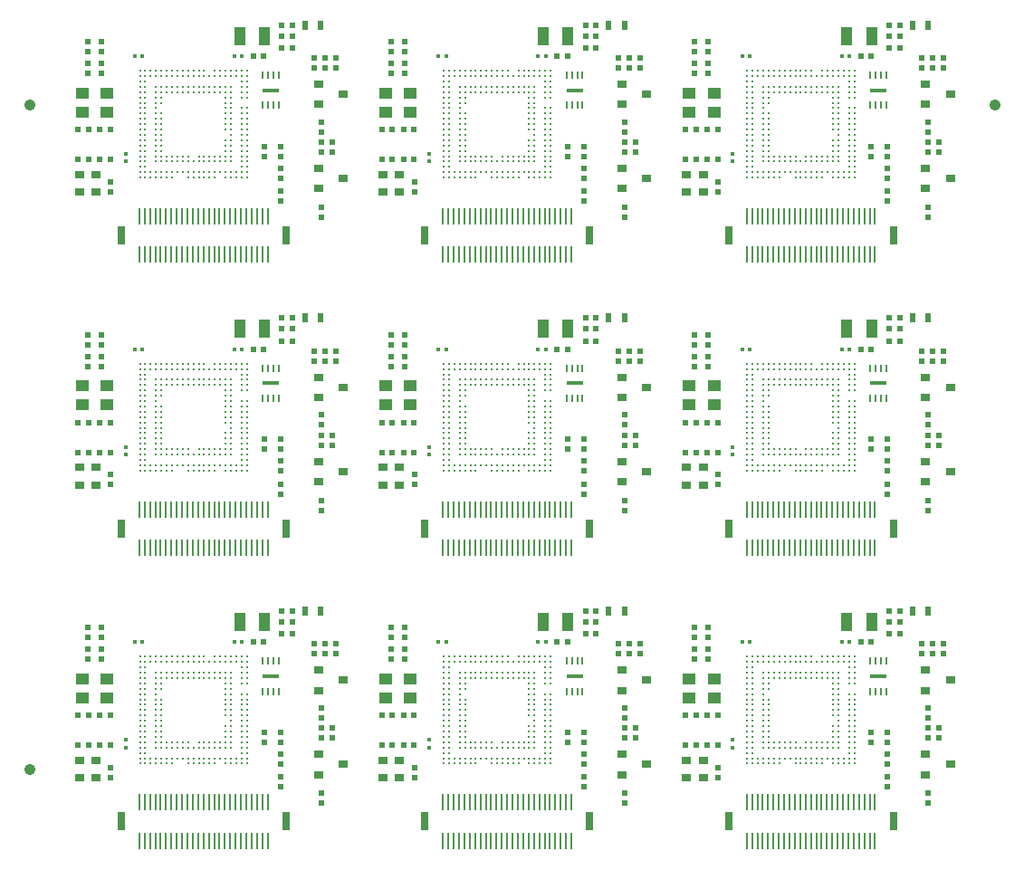
<source format=gbr>
*
%LPD*%
%FSLAX24Y24*%
%MOIN*%
%AD*%
%ADD111C,0.009843*%
%ADD240R,0.01575X0.01575*%
%ADD241R,0.01969X0.02362*%
%ADD242R,0.02362X0.01969*%
%ADD255R,0.02362X0.03543*%
%ADD258R,0.062992X0.015748*%
%ADD259R,0.009843X0.025591*%
%ADD260R,0.009843X0.062992*%
%ADD261R,0.0315X0.07087*%
%ADD262R,0.03347X0.02559*%
%ADD263R,0.0374X0.02559*%
%ADD264R,0.051181X0.03937*%
%ADD265R,0.043307X0.066929*%
G54D240*
%SRX1Y1I0.0J0.0*%
G1X4622Y11160D3*
G1X4346Y11160D3*
G1X8016Y11160D3*
G1X8292Y11160D3*
G54D242*
G1X11754Y11097D3*
G1X11754Y10723D3*
G1X11354Y10723D3*
G1X11354Y11097D3*
G1X10954Y10723D3*
G1X10954Y11097D3*
G1X3104Y10523D3*
G1X3104Y10897D3*
G1X9104Y7473D3*
G1X9104Y7847D3*
G1X9704Y7473D3*
G1X9704Y7847D3*
G1X2604Y10523D3*
G1X2604Y10897D3*
G1X11204Y8747D3*
G1X11204Y8373D3*
G1X3454Y6173D3*
G1X3454Y6547D3*
G1X9704Y6673D3*
G1X9704Y7047D3*
G1X2604Y11697D3*
G1X2604Y11323D3*
G1X11604Y7997D3*
G1X11604Y7623D3*
G1X11204Y7997D3*
G1X11204Y7623D3*
G1X3104Y11323D3*
G1X3104Y11697D3*
G1X9704Y6197D3*
G1X9704Y5823D3*
G1X11204Y5597D3*
G1X11204Y5223D3*
G54D241*
G1X8717Y11160D3*
G1X9091Y11160D3*
G1X10141Y11460D3*
G1X9767Y11460D3*
G1X9767Y12310D3*
G1X10141Y12310D3*
G1X2641Y8460D3*
G1X2267Y8460D3*
G1X3067Y8460D3*
G1X3441Y8460D3*
G1X3441Y7360D3*
G1X3067Y7360D3*
G1X10141Y11910D3*
G1X9767Y11910D3*
G1X2267Y7360D3*
G1X2641Y7360D3*
G54D255*
G1X10609Y12310D3*
G1X11199Y12310D3*
G54D240*
G1X4004Y7282D3*
G1X4004Y7557D3*
G54D258*
G1X9354Y9910D3*
G54D259*
G1X9059Y10466D3*
G1X9256Y10466D3*
G1X9452Y10466D3*
G1X9649Y10466D3*
G1X9649Y9353D3*
G1X9452Y9353D3*
G1X9256Y9353D3*
G1X9059Y9353D3*
G54D260*
G1X4512Y5268D3*
G1X4709Y5268D3*
G1X4906Y5268D3*
G1X5102Y5268D3*
G1X5299Y5268D3*
G1X5496Y5268D3*
G1X5693Y5268D3*
G1X5890Y5268D3*
G1X6087Y5268D3*
G1X6283Y5268D3*
G1X6480Y5268D3*
G1X6677Y5268D3*
G1X6874Y5268D3*
G1X7071Y5268D3*
G1X7268Y5268D3*
G1X7465Y5268D3*
G1X7661Y5268D3*
G1X7858Y5268D3*
G1X8055Y5268D3*
G1X8252Y5268D3*
G1X8449Y5268D3*
G1X8646Y5268D3*
G1X8843Y5268D3*
G1X9039Y5268D3*
G1X9236Y5268D3*
G1X4512Y3851D3*
G1X4709Y3851D3*
G1X4906Y3851D3*
G1X5102Y3851D3*
G1X5299Y3851D3*
G1X5496Y3851D3*
G1X5693Y3851D3*
G1X5890Y3851D3*
G1X6087Y3851D3*
G1X6283Y3851D3*
G1X6480Y3851D3*
G1X6677Y3851D3*
G1X6874Y3851D3*
G1X7071Y3851D3*
G1X7268Y3851D3*
G1X7465Y3851D3*
G1X7661Y3851D3*
G1X7858Y3851D3*
G1X8055Y3851D3*
G1X8252Y3851D3*
G1X8449Y3851D3*
G1X8646Y3851D3*
G1X8843Y3851D3*
G1X9039Y3851D3*
G1X9236Y3851D3*
G54D261*
G1X9905Y4560D3*
G1X3843Y4560D3*
G54D262*
G1X2914Y6810D3*
G1X2304Y6810D3*
G1X2914Y6160D3*
G1X2304Y6160D3*
G54D263*
G1X11101Y10134D3*
G1X11101Y9386D3*
G1X12007Y9760D3*
G1X11101Y7034D3*
G1X11101Y6286D3*
G1X12007Y6660D3*
G54D264*
G1X3307Y9105D3*
G1X3307Y9814D3*
G1X2401Y9105D3*
G1X2401Y9814D3*
G54D265*
G1X8201Y11910D3*
G1X9107Y11910D3*
G54D111*
G1X7291Y10628D3*
G1X5126Y10628D3*
G1X6110Y10628D3*
G1X4929Y10628D3*
G1X6898Y10628D3*
G1X4732Y10628D3*
G1X6701Y10628D3*
G1X4536Y10628D3*
G1X8473Y10628D3*
G1X8473Y10431D3*
G1X8473Y10234D3*
G1X8473Y10037D3*
G1X8473Y9841D3*
G1X8473Y9644D3*
G1X8473Y9250D3*
G1X8473Y9053D3*
G1X8473Y8856D3*
G1X8473Y8660D3*
G1X8473Y8463D3*
G1X8473Y8266D3*
G1X8473Y8069D3*
G1X8473Y7872D3*
G1X8473Y7675D3*
G1X8473Y7478D3*
G1X8473Y7282D3*
G1X8473Y7085D3*
G1X8473Y6888D3*
G1X8473Y6691D3*
G1X8276Y10628D3*
G1X8276Y10431D3*
G1X8276Y10234D3*
G1X8276Y10037D3*
G1X8276Y9841D3*
G1X8276Y9644D3*
G1X8276Y9250D3*
G1X8276Y9053D3*
G1X8276Y8856D3*
G1X8276Y8660D3*
G1X8276Y8463D3*
G1X8276Y8266D3*
G1X8276Y8069D3*
G1X8276Y7872D3*
G1X8276Y7675D3*
G1X8276Y7478D3*
G1X8276Y7282D3*
G1X8276Y7085D3*
G1X8276Y6888D3*
G1X8276Y6691D3*
G1X8079Y10628D3*
G1X8079Y10431D3*
G1X8079Y6888D3*
G1X8079Y6691D3*
G1X7882Y10628D3*
G1X7882Y10431D3*
G1X7882Y10037D3*
G1X7882Y9841D3*
G1X7882Y9644D3*
G1X7882Y9447D3*
G1X7882Y9250D3*
G1X7882Y9053D3*
G1X7882Y8856D3*
G1X7882Y8660D3*
G1X7882Y8463D3*
G1X7882Y8266D3*
G1X7882Y8069D3*
G1X7882Y7872D3*
G1X7882Y7675D3*
G1X7882Y7478D3*
G1X7882Y7282D3*
G1X7882Y6888D3*
G1X7882Y6691D3*
G1X7685Y10628D3*
G1X7685Y10431D3*
G1X7685Y10037D3*
G1X7685Y9841D3*
G1X7685Y9644D3*
G1X7685Y9447D3*
G1X7685Y9250D3*
G1X7685Y9053D3*
G1X7685Y8856D3*
G1X7685Y8660D3*
G1X7685Y8463D3*
G1X7685Y8069D3*
G1X7685Y7872D3*
G1X7685Y7675D3*
G1X7685Y7478D3*
G1X7685Y7282D3*
G1X7685Y6888D3*
G1X7685Y6691D3*
G1X7488Y10628D3*
G1X7488Y10431D3*
G1X7488Y10037D3*
G1X7488Y9841D3*
G1X7488Y7478D3*
G1X7488Y7282D3*
G1X7488Y6888D3*
G1X7291Y10431D3*
G1X7291Y10037D3*
G1X7291Y9841D3*
G1X7291Y7478D3*
G1X7291Y7282D3*
G1X7291Y6888D3*
G1X7291Y6691D3*
G1X7095Y10431D3*
G1X7095Y10037D3*
G1X7095Y9841D3*
G1X7095Y7478D3*
G1X7095Y7282D3*
G1X7095Y6888D3*
G1X7095Y6691D3*
G1X6898Y10431D3*
G1X6898Y10037D3*
G1X6898Y9841D3*
G1X6898Y7478D3*
G1X6898Y7282D3*
G1X6898Y6888D3*
G1X6898Y6691D3*
G1X6701Y10431D3*
G1X6701Y10037D3*
G1X6701Y9841D3*
G1X6701Y7478D3*
G1X6701Y7282D3*
G1X6701Y6888D3*
G1X6701Y6691D3*
G1X6504Y10628D3*
G1X6504Y10431D3*
G1X6504Y10037D3*
G1X6504Y9841D3*
G1X6504Y7282D3*
G1X6504Y6888D3*
G1X6504Y6691D3*
G1X6307Y10628D3*
G1X6307Y10431D3*
G1X6307Y10037D3*
G1X6307Y9841D3*
G1X6307Y7478D3*
G1X6307Y7282D3*
G1X6307Y6888D3*
G1X6307Y6691D3*
G1X6110Y10431D3*
G1X6110Y10037D3*
G1X6110Y9841D3*
G1X6110Y7478D3*
G1X6110Y7282D3*
G1X6110Y6888D3*
G1X5913Y10628D3*
G1X5913Y10431D3*
G1X5913Y10037D3*
G1X5913Y9841D3*
G1X5913Y7478D3*
G1X5913Y7282D3*
G1X5913Y6888D3*
G1X5717Y10628D3*
G1X5717Y10431D3*
G1X5717Y10037D3*
G1X5717Y9841D3*
G1X5717Y7478D3*
G1X5717Y7282D3*
G1X5717Y6888D3*
G1X5717Y6691D3*
G1X5520Y10628D3*
G1X5520Y10431D3*
G1X5520Y10037D3*
G1X5520Y9841D3*
G1X5520Y7478D3*
G1X5520Y7282D3*
G1X5520Y6888D3*
G1X5520Y6691D3*
G1X5323Y10628D3*
G1X5323Y10431D3*
G1X5323Y10037D3*
G1X5323Y9841D3*
G1X5323Y9644D3*
G1X5323Y9447D3*
G1X5323Y9053D3*
G1X5323Y8856D3*
G1X5323Y8660D3*
G1X5323Y8463D3*
G1X5323Y8266D3*
G1X5323Y8069D3*
G1X5323Y7872D3*
G1X5323Y7675D3*
G1X5323Y7478D3*
G1X5323Y7282D3*
G1X5323Y6888D3*
G1X5323Y6691D3*
G1X5126Y10431D3*
G1X5126Y10037D3*
G1X5126Y9841D3*
G1X5126Y9644D3*
G1X5126Y9447D3*
G1X5126Y9250D3*
G1X5126Y9053D3*
G1X5126Y8856D3*
G1X5126Y8660D3*
G1X5126Y8463D3*
G1X5126Y8266D3*
G1X5126Y8069D3*
G1X5126Y7872D3*
G1X5126Y7675D3*
G1X5126Y7478D3*
G1X5126Y7282D3*
G1X5126Y6888D3*
G1X5126Y6691D3*
G1X4929Y10431D3*
G1X4929Y6888D3*
G1X4929Y6691D3*
G1X4732Y10431D3*
G1X4732Y10234D3*
G1X4732Y10037D3*
G1X4732Y9841D3*
G1X4732Y9644D3*
G1X4732Y9447D3*
G1X4732Y9250D3*
G1X4732Y9053D3*
G1X4732Y8856D3*
G1X4732Y8660D3*
G1X4732Y8463D3*
G1X4732Y8266D3*
G1X4732Y8069D3*
G1X4732Y7872D3*
G1X4732Y7675D3*
G1X4732Y7478D3*
G1X4732Y7282D3*
G1X4732Y7085D3*
G1X4732Y6888D3*
G1X4732Y6691D3*
G1X4536Y10431D3*
G1X4536Y10234D3*
G1X4536Y10037D3*
G1X4536Y9841D3*
G1X4536Y9644D3*
G1X4536Y9447D3*
G1X4536Y9250D3*
G1X4536Y9053D3*
G1X4536Y8856D3*
G1X4536Y8660D3*
G1X4536Y8463D3*
G1X4536Y8266D3*
G1X4536Y8069D3*
G1X4536Y7872D3*
G1X4536Y7675D3*
G1X4536Y7478D3*
G1X4536Y7282D3*
G1X4536Y7085D3*
G1X4536Y6888D3*
G1X4536Y6691D3*
G54D240*
G1X4622Y21947D3*
G1X4346Y21947D3*
G1X8016Y21947D3*
G1X8292Y21947D3*
G54D242*
G1X11754Y21884D3*
G1X11754Y21510D3*
G1X11354Y21510D3*
G1X11354Y21884D3*
G1X10954Y21510D3*
G1X10954Y21884D3*
G1X3104Y21310D3*
G1X3104Y21684D3*
G1X9104Y18260D3*
G1X9104Y18634D3*
G1X9704Y18260D3*
G1X9704Y18634D3*
G1X2604Y21310D3*
G1X2604Y21684D3*
G1X11204Y19534D3*
G1X11204Y19160D3*
G1X3454Y16960D3*
G1X3454Y17334D3*
G1X9704Y17460D3*
G1X9704Y17834D3*
G1X2604Y22484D3*
G1X2604Y22110D3*
G1X11604Y18784D3*
G1X11604Y18410D3*
G1X11204Y18784D3*
G1X11204Y18410D3*
G1X3104Y22110D3*
G1X3104Y22484D3*
G1X9704Y16984D3*
G1X9704Y16610D3*
G1X11204Y16384D3*
G1X11204Y16010D3*
G54D241*
G1X8717Y21947D3*
G1X9091Y21947D3*
G1X10141Y22247D3*
G1X9767Y22247D3*
G1X9767Y23097D3*
G1X10141Y23097D3*
G1X2641Y19247D3*
G1X2267Y19247D3*
G1X3067Y19247D3*
G1X3441Y19247D3*
G1X3441Y18147D3*
G1X3067Y18147D3*
G1X10141Y22697D3*
G1X9767Y22697D3*
G1X2267Y18147D3*
G1X2641Y18147D3*
G54D255*
G1X10609Y23097D3*
G1X11199Y23097D3*
G54D240*
G1X4004Y18069D3*
G1X4004Y18344D3*
G54D258*
G1X9354Y20697D3*
G54D259*
G1X9059Y21253D3*
G1X9256Y21253D3*
G1X9452Y21253D3*
G1X9649Y21253D3*
G1X9649Y20140D3*
G1X9452Y20140D3*
G1X9256Y20140D3*
G1X9059Y20140D3*
G54D260*
G1X4512Y16055D3*
G1X4709Y16055D3*
G1X4906Y16055D3*
G1X5102Y16055D3*
G1X5299Y16055D3*
G1X5496Y16055D3*
G1X5693Y16055D3*
G1X5890Y16055D3*
G1X6087Y16055D3*
G1X6283Y16055D3*
G1X6480Y16055D3*
G1X6677Y16055D3*
G1X6874Y16055D3*
G1X7071Y16055D3*
G1X7268Y16055D3*
G1X7465Y16055D3*
G1X7661Y16055D3*
G1X7858Y16055D3*
G1X8055Y16055D3*
G1X8252Y16055D3*
G1X8449Y16055D3*
G1X8646Y16055D3*
G1X8843Y16055D3*
G1X9039Y16055D3*
G1X9236Y16055D3*
G1X4512Y14638D3*
G1X4709Y14638D3*
G1X4906Y14638D3*
G1X5102Y14638D3*
G1X5299Y14638D3*
G1X5496Y14638D3*
G1X5693Y14638D3*
G1X5890Y14638D3*
G1X6087Y14638D3*
G1X6283Y14638D3*
G1X6480Y14638D3*
G1X6677Y14638D3*
G1X6874Y14638D3*
G1X7071Y14638D3*
G1X7268Y14638D3*
G1X7465Y14638D3*
G1X7661Y14638D3*
G1X7858Y14638D3*
G1X8055Y14638D3*
G1X8252Y14638D3*
G1X8449Y14638D3*
G1X8646Y14638D3*
G1X8843Y14638D3*
G1X9039Y14638D3*
G1X9236Y14638D3*
G54D261*
G1X9905Y15347D3*
G1X3843Y15347D3*
G54D262*
G1X2914Y17597D3*
G1X2304Y17597D3*
G1X2914Y16947D3*
G1X2304Y16947D3*
G54D263*
G1X11101Y20921D3*
G1X11101Y20173D3*
G1X12007Y20547D3*
G1X11101Y17821D3*
G1X11101Y17073D3*
G1X12007Y17447D3*
G54D264*
G1X3307Y19892D3*
G1X3307Y20601D3*
G1X2401Y19892D3*
G1X2401Y20601D3*
G54D265*
G1X8201Y22697D3*
G1X9107Y22697D3*
G54D111*
G1X7291Y21415D3*
G1X5126Y21415D3*
G1X6110Y21415D3*
G1X4929Y21415D3*
G1X6898Y21415D3*
G1X4732Y21415D3*
G1X6701Y21415D3*
G1X4536Y21415D3*
G1X8473Y21415D3*
G1X8473Y21218D3*
G1X8473Y21021D3*
G1X8473Y20824D3*
G1X8473Y20628D3*
G1X8473Y20431D3*
G1X8473Y20037D3*
G1X8473Y19840D3*
G1X8473Y19643D3*
G1X8473Y19447D3*
G1X8473Y19250D3*
G1X8473Y19053D3*
G1X8473Y18856D3*
G1X8473Y18659D3*
G1X8473Y18462D3*
G1X8473Y18265D3*
G1X8473Y18069D3*
G1X8473Y17872D3*
G1X8473Y17675D3*
G1X8473Y17478D3*
G1X8276Y21415D3*
G1X8276Y21218D3*
G1X8276Y21021D3*
G1X8276Y20824D3*
G1X8276Y20628D3*
G1X8276Y20431D3*
G1X8276Y20037D3*
G1X8276Y19840D3*
G1X8276Y19643D3*
G1X8276Y19447D3*
G1X8276Y19250D3*
G1X8276Y19053D3*
G1X8276Y18856D3*
G1X8276Y18659D3*
G1X8276Y18462D3*
G1X8276Y18265D3*
G1X8276Y18069D3*
G1X8276Y17872D3*
G1X8276Y17675D3*
G1X8276Y17478D3*
G1X8079Y21415D3*
G1X8079Y21218D3*
G1X8079Y17675D3*
G1X8079Y17478D3*
G1X7882Y21415D3*
G1X7882Y21218D3*
G1X7882Y20824D3*
G1X7882Y20628D3*
G1X7882Y20431D3*
G1X7882Y20234D3*
G1X7882Y20037D3*
G1X7882Y19840D3*
G1X7882Y19643D3*
G1X7882Y19447D3*
G1X7882Y19250D3*
G1X7882Y19053D3*
G1X7882Y18856D3*
G1X7882Y18659D3*
G1X7882Y18462D3*
G1X7882Y18265D3*
G1X7882Y18069D3*
G1X7882Y17675D3*
G1X7882Y17478D3*
G1X7685Y21415D3*
G1X7685Y21218D3*
G1X7685Y20824D3*
G1X7685Y20628D3*
G1X7685Y20431D3*
G1X7685Y20234D3*
G1X7685Y20037D3*
G1X7685Y19840D3*
G1X7685Y19643D3*
G1X7685Y19447D3*
G1X7685Y19250D3*
G1X7685Y18856D3*
G1X7685Y18659D3*
G1X7685Y18462D3*
G1X7685Y18265D3*
G1X7685Y18069D3*
G1X7685Y17675D3*
G1X7685Y17478D3*
G1X7488Y21415D3*
G1X7488Y21218D3*
G1X7488Y20824D3*
G1X7488Y20628D3*
G1X7488Y18265D3*
G1X7488Y18069D3*
G1X7488Y17675D3*
G1X7291Y21218D3*
G1X7291Y20824D3*
G1X7291Y20628D3*
G1X7291Y18265D3*
G1X7291Y18069D3*
G1X7291Y17675D3*
G1X7291Y17478D3*
G1X7095Y21218D3*
G1X7095Y20824D3*
G1X7095Y20628D3*
G1X7095Y18265D3*
G1X7095Y18069D3*
G1X7095Y17675D3*
G1X7095Y17478D3*
G1X6898Y21218D3*
G1X6898Y20824D3*
G1X6898Y20628D3*
G1X6898Y18265D3*
G1X6898Y18069D3*
G1X6898Y17675D3*
G1X6898Y17478D3*
G1X6701Y21218D3*
G1X6701Y20824D3*
G1X6701Y20628D3*
G1X6701Y18265D3*
G1X6701Y18069D3*
G1X6701Y17675D3*
G1X6701Y17478D3*
G1X6504Y21415D3*
G1X6504Y21218D3*
G1X6504Y20824D3*
G1X6504Y20628D3*
G1X6504Y18069D3*
G1X6504Y17675D3*
G1X6504Y17478D3*
G1X6307Y21415D3*
G1X6307Y21218D3*
G1X6307Y20824D3*
G1X6307Y20628D3*
G1X6307Y18265D3*
G1X6307Y18069D3*
G1X6307Y17675D3*
G1X6307Y17478D3*
G1X6110Y21218D3*
G1X6110Y20824D3*
G1X6110Y20628D3*
G1X6110Y18265D3*
G1X6110Y18069D3*
G1X6110Y17675D3*
G1X5913Y21415D3*
G1X5913Y21218D3*
G1X5913Y20824D3*
G1X5913Y20628D3*
G1X5913Y18265D3*
G1X5913Y18069D3*
G1X5913Y17675D3*
G1X5717Y21415D3*
G1X5717Y21218D3*
G1X5717Y20824D3*
G1X5717Y20628D3*
G1X5717Y18265D3*
G1X5717Y18069D3*
G1X5717Y17675D3*
G1X5717Y17478D3*
G1X5520Y21415D3*
G1X5520Y21218D3*
G1X5520Y20824D3*
G1X5520Y20628D3*
G1X5520Y18265D3*
G1X5520Y18069D3*
G1X5520Y17675D3*
G1X5520Y17478D3*
G1X5323Y21415D3*
G1X5323Y21218D3*
G1X5323Y20824D3*
G1X5323Y20628D3*
G1X5323Y20431D3*
G1X5323Y20234D3*
G1X5323Y19840D3*
G1X5323Y19643D3*
G1X5323Y19447D3*
G1X5323Y19250D3*
G1X5323Y19053D3*
G1X5323Y18856D3*
G1X5323Y18659D3*
G1X5323Y18462D3*
G1X5323Y18265D3*
G1X5323Y18069D3*
G1X5323Y17675D3*
G1X5323Y17478D3*
G1X5126Y21218D3*
G1X5126Y20824D3*
G1X5126Y20628D3*
G1X5126Y20431D3*
G1X5126Y20234D3*
G1X5126Y20037D3*
G1X5126Y19840D3*
G1X5126Y19643D3*
G1X5126Y19447D3*
G1X5126Y19250D3*
G1X5126Y19053D3*
G1X5126Y18856D3*
G1X5126Y18659D3*
G1X5126Y18462D3*
G1X5126Y18265D3*
G1X5126Y18069D3*
G1X5126Y17675D3*
G1X5126Y17478D3*
G1X4929Y21218D3*
G1X4929Y17675D3*
G1X4929Y17478D3*
G1X4732Y21218D3*
G1X4732Y21021D3*
G1X4732Y20824D3*
G1X4732Y20628D3*
G1X4732Y20431D3*
G1X4732Y20234D3*
G1X4732Y20037D3*
G1X4732Y19840D3*
G1X4732Y19643D3*
G1X4732Y19447D3*
G1X4732Y19250D3*
G1X4732Y19053D3*
G1X4732Y18856D3*
G1X4732Y18659D3*
G1X4732Y18462D3*
G1X4732Y18265D3*
G1X4732Y18069D3*
G1X4732Y17872D3*
G1X4732Y17675D3*
G1X4732Y17478D3*
G1X4536Y21218D3*
G1X4536Y21021D3*
G1X4536Y20824D3*
G1X4536Y20628D3*
G1X4536Y20431D3*
G1X4536Y20234D3*
G1X4536Y20037D3*
G1X4536Y19840D3*
G1X4536Y19643D3*
G1X4536Y19447D3*
G1X4536Y19250D3*
G1X4536Y19053D3*
G1X4536Y18856D3*
G1X4536Y18659D3*
G1X4536Y18462D3*
G1X4536Y18265D3*
G1X4536Y18069D3*
G1X4536Y17872D3*
G1X4536Y17675D3*
G1X4536Y17478D3*
G54D240*
G1X4622Y32734D3*
G1X4346Y32734D3*
G1X8016Y32734D3*
G1X8292Y32734D3*
G54D242*
G1X11754Y32671D3*
G1X11754Y32297D3*
G1X11354Y32297D3*
G1X11354Y32671D3*
G1X10954Y32297D3*
G1X10954Y32671D3*
G1X3104Y32097D3*
G1X3104Y32471D3*
G1X9104Y29047D3*
G1X9104Y29421D3*
G1X9704Y29047D3*
G1X9704Y29421D3*
G1X2604Y32097D3*
G1X2604Y32471D3*
G1X11204Y30321D3*
G1X11204Y29947D3*
G1X3454Y27747D3*
G1X3454Y28121D3*
G1X9704Y28247D3*
G1X9704Y28621D3*
G1X2604Y33271D3*
G1X2604Y32897D3*
G1X11604Y29571D3*
G1X11604Y29197D3*
G1X11204Y29571D3*
G1X11204Y29197D3*
G1X3104Y32897D3*
G1X3104Y33271D3*
G1X9704Y27771D3*
G1X9704Y27397D3*
G1X11204Y27171D3*
G1X11204Y26797D3*
G54D241*
G1X8717Y32734D3*
G1X9091Y32734D3*
G1X10141Y33034D3*
G1X9767Y33034D3*
G1X9767Y33884D3*
G1X10141Y33884D3*
G1X2641Y30034D3*
G1X2267Y30034D3*
G1X3067Y30034D3*
G1X3441Y30034D3*
G1X3441Y28934D3*
G1X3067Y28934D3*
G1X10141Y33484D3*
G1X9767Y33484D3*
G1X2267Y28934D3*
G1X2641Y28934D3*
G54D255*
G1X10609Y33884D3*
G1X11199Y33884D3*
G54D240*
G1X4004Y28856D3*
G1X4004Y29131D3*
G54D258*
G1X9354Y31484D3*
G54D259*
G1X9059Y32040D3*
G1X9256Y32040D3*
G1X9452Y32040D3*
G1X9649Y32040D3*
G1X9649Y30927D3*
G1X9452Y30927D3*
G1X9256Y30927D3*
G1X9059Y30927D3*
G54D260*
G1X4512Y26842D3*
G1X4709Y26842D3*
G1X4906Y26842D3*
G1X5102Y26842D3*
G1X5299Y26842D3*
G1X5496Y26842D3*
G1X5693Y26842D3*
G1X5890Y26842D3*
G1X6087Y26842D3*
G1X6283Y26842D3*
G1X6480Y26842D3*
G1X6677Y26842D3*
G1X6874Y26842D3*
G1X7071Y26842D3*
G1X7268Y26842D3*
G1X7465Y26842D3*
G1X7661Y26842D3*
G1X7858Y26842D3*
G1X8055Y26842D3*
G1X8252Y26842D3*
G1X8449Y26842D3*
G1X8646Y26842D3*
G1X8843Y26842D3*
G1X9039Y26842D3*
G1X9236Y26842D3*
G1X4512Y25425D3*
G1X4709Y25425D3*
G1X4906Y25425D3*
G1X5102Y25425D3*
G1X5299Y25425D3*
G1X5496Y25425D3*
G1X5693Y25425D3*
G1X5890Y25425D3*
G1X6087Y25425D3*
G1X6283Y25425D3*
G1X6480Y25425D3*
G1X6677Y25425D3*
G1X6874Y25425D3*
G1X7071Y25425D3*
G1X7268Y25425D3*
G1X7465Y25425D3*
G1X7661Y25425D3*
G1X7858Y25425D3*
G1X8055Y25425D3*
G1X8252Y25425D3*
G1X8449Y25425D3*
G1X8646Y25425D3*
G1X8843Y25425D3*
G1X9039Y25425D3*
G1X9236Y25425D3*
G54D261*
G1X9905Y26134D3*
G1X3843Y26134D3*
G54D262*
G1X2914Y28384D3*
G1X2304Y28384D3*
G1X2914Y27734D3*
G1X2304Y27734D3*
G54D263*
G1X11101Y31708D3*
G1X11101Y30960D3*
G1X12007Y31334D3*
G1X11101Y28608D3*
G1X11101Y27860D3*
G1X12007Y28234D3*
G54D264*
G1X3307Y30679D3*
G1X3307Y31388D3*
G1X2401Y30679D3*
G1X2401Y31388D3*
G54D265*
G1X8201Y33484D3*
G1X9107Y33484D3*
G54D111*
G1X7291Y32202D3*
G1X5126Y32202D3*
G1X6110Y32202D3*
G1X4929Y32202D3*
G1X6898Y32202D3*
G1X4732Y32202D3*
G1X6701Y32202D3*
G1X4536Y32202D3*
G1X8473Y32202D3*
G1X8473Y32005D3*
G1X8473Y31808D3*
G1X8473Y31611D3*
G1X8473Y31415D3*
G1X8473Y31218D3*
G1X8473Y30824D3*
G1X8473Y30627D3*
G1X8473Y30430D3*
G1X8473Y30234D3*
G1X8473Y30037D3*
G1X8473Y29840D3*
G1X8473Y29643D3*
G1X8473Y29446D3*
G1X8473Y29249D3*
G1X8473Y29052D3*
G1X8473Y28856D3*
G1X8473Y28659D3*
G1X8473Y28462D3*
G1X8473Y28265D3*
G1X8276Y32202D3*
G1X8276Y32005D3*
G1X8276Y31808D3*
G1X8276Y31611D3*
G1X8276Y31415D3*
G1X8276Y31218D3*
G1X8276Y30824D3*
G1X8276Y30627D3*
G1X8276Y30430D3*
G1X8276Y30234D3*
G1X8276Y30037D3*
G1X8276Y29840D3*
G1X8276Y29643D3*
G1X8276Y29446D3*
G1X8276Y29249D3*
G1X8276Y29052D3*
G1X8276Y28856D3*
G1X8276Y28659D3*
G1X8276Y28462D3*
G1X8276Y28265D3*
G1X8079Y32202D3*
G1X8079Y32005D3*
G1X8079Y28462D3*
G1X8079Y28265D3*
G1X7882Y32202D3*
G1X7882Y32005D3*
G1X7882Y31611D3*
G1X7882Y31415D3*
G1X7882Y31218D3*
G1X7882Y31021D3*
G1X7882Y30824D3*
G1X7882Y30627D3*
G1X7882Y30430D3*
G1X7882Y30234D3*
G1X7882Y30037D3*
G1X7882Y29840D3*
G1X7882Y29643D3*
G1X7882Y29446D3*
G1X7882Y29249D3*
G1X7882Y29052D3*
G1X7882Y28856D3*
G1X7882Y28462D3*
G1X7882Y28265D3*
G1X7685Y32202D3*
G1X7685Y32005D3*
G1X7685Y31611D3*
G1X7685Y31415D3*
G1X7685Y31218D3*
G1X7685Y31021D3*
G1X7685Y30824D3*
G1X7685Y30627D3*
G1X7685Y30430D3*
G1X7685Y30234D3*
G1X7685Y30037D3*
G1X7685Y29643D3*
G1X7685Y29446D3*
G1X7685Y29249D3*
G1X7685Y29052D3*
G1X7685Y28856D3*
G1X7685Y28462D3*
G1X7685Y28265D3*
G1X7488Y32202D3*
G1X7488Y32005D3*
G1X7488Y31611D3*
G1X7488Y31415D3*
G1X7488Y29052D3*
G1X7488Y28856D3*
G1X7488Y28462D3*
G1X7291Y32005D3*
G1X7291Y31611D3*
G1X7291Y31415D3*
G1X7291Y29052D3*
G1X7291Y28856D3*
G1X7291Y28462D3*
G1X7291Y28265D3*
G1X7095Y32005D3*
G1X7095Y31611D3*
G1X7095Y31415D3*
G1X7095Y29052D3*
G1X7095Y28856D3*
G1X7095Y28462D3*
G1X7095Y28265D3*
G1X6898Y32005D3*
G1X6898Y31611D3*
G1X6898Y31415D3*
G1X6898Y29052D3*
G1X6898Y28856D3*
G1X6898Y28462D3*
G1X6898Y28265D3*
G1X6701Y32005D3*
G1X6701Y31611D3*
G1X6701Y31415D3*
G1X6701Y29052D3*
G1X6701Y28856D3*
G1X6701Y28462D3*
G1X6701Y28265D3*
G1X6504Y32202D3*
G1X6504Y32005D3*
G1X6504Y31611D3*
G1X6504Y31415D3*
G1X6504Y28856D3*
G1X6504Y28462D3*
G1X6504Y28265D3*
G1X6307Y32202D3*
G1X6307Y32005D3*
G1X6307Y31611D3*
G1X6307Y31415D3*
G1X6307Y29052D3*
G1X6307Y28856D3*
G1X6307Y28462D3*
G1X6307Y28265D3*
G1X6110Y32005D3*
G1X6110Y31611D3*
G1X6110Y31415D3*
G1X6110Y29052D3*
G1X6110Y28856D3*
G1X6110Y28462D3*
G1X5913Y32202D3*
G1X5913Y32005D3*
G1X5913Y31611D3*
G1X5913Y31415D3*
G1X5913Y29052D3*
G1X5913Y28856D3*
G1X5913Y28462D3*
G1X5717Y32202D3*
G1X5717Y32005D3*
G1X5717Y31611D3*
G1X5717Y31415D3*
G1X5717Y29052D3*
G1X5717Y28856D3*
G1X5717Y28462D3*
G1X5717Y28265D3*
G1X5520Y32202D3*
G1X5520Y32005D3*
G1X5520Y31611D3*
G1X5520Y31415D3*
G1X5520Y29052D3*
G1X5520Y28856D3*
G1X5520Y28462D3*
G1X5520Y28265D3*
G1X5323Y32202D3*
G1X5323Y32005D3*
G1X5323Y31611D3*
G1X5323Y31415D3*
G1X5323Y31218D3*
G1X5323Y31021D3*
G1X5323Y30627D3*
G1X5323Y30430D3*
G1X5323Y30234D3*
G1X5323Y30037D3*
G1X5323Y29840D3*
G1X5323Y29643D3*
G1X5323Y29446D3*
G1X5323Y29249D3*
G1X5323Y29052D3*
G1X5323Y28856D3*
G1X5323Y28462D3*
G1X5323Y28265D3*
G1X5126Y32005D3*
G1X5126Y31611D3*
G1X5126Y31415D3*
G1X5126Y31218D3*
G1X5126Y31021D3*
G1X5126Y30824D3*
G1X5126Y30627D3*
G1X5126Y30430D3*
G1X5126Y30234D3*
G1X5126Y30037D3*
G1X5126Y29840D3*
G1X5126Y29643D3*
G1X5126Y29446D3*
G1X5126Y29249D3*
G1X5126Y29052D3*
G1X5126Y28856D3*
G1X5126Y28462D3*
G1X5126Y28265D3*
G1X4929Y32005D3*
G1X4929Y28462D3*
G1X4929Y28265D3*
G1X4732Y32005D3*
G1X4732Y31808D3*
G1X4732Y31611D3*
G1X4732Y31415D3*
G1X4732Y31218D3*
G1X4732Y31021D3*
G1X4732Y30824D3*
G1X4732Y30627D3*
G1X4732Y30430D3*
G1X4732Y30234D3*
G1X4732Y30037D3*
G1X4732Y29840D3*
G1X4732Y29643D3*
G1X4732Y29446D3*
G1X4732Y29249D3*
G1X4732Y29052D3*
G1X4732Y28856D3*
G1X4732Y28659D3*
G1X4732Y28462D3*
G1X4732Y28265D3*
G1X4536Y32005D3*
G1X4536Y31808D3*
G1X4536Y31611D3*
G1X4536Y31415D3*
G1X4536Y31218D3*
G1X4536Y31021D3*
G1X4536Y30824D3*
G1X4536Y30627D3*
G1X4536Y30430D3*
G1X4536Y30234D3*
G1X4536Y30037D3*
G1X4536Y29840D3*
G1X4536Y29643D3*
G1X4536Y29446D3*
G1X4536Y29249D3*
G1X4536Y29052D3*
G1X4536Y28856D3*
G1X4536Y28659D3*
G1X4536Y28462D3*
G1X4536Y28265D3*
G54D240*
G1X15804Y11160D3*
G1X15528Y11160D3*
G1X19198Y11160D3*
G1X19474Y11160D3*
G54D242*
G1X22936Y11097D3*
G1X22936Y10723D3*
G1X22536Y10723D3*
G1X22536Y11097D3*
G1X22136Y10723D3*
G1X22136Y11097D3*
G1X14286Y10523D3*
G1X14286Y10897D3*
G1X20286Y7473D3*
G1X20286Y7847D3*
G1X20886Y7473D3*
G1X20886Y7847D3*
G1X13786Y10523D3*
G1X13786Y10897D3*
G1X22386Y8747D3*
G1X22386Y8373D3*
G1X14636Y6173D3*
G1X14636Y6547D3*
G1X20886Y6673D3*
G1X20886Y7047D3*
G1X13786Y11697D3*
G1X13786Y11323D3*
G1X22786Y7997D3*
G1X22786Y7623D3*
G1X22386Y7997D3*
G1X22386Y7623D3*
G1X14286Y11323D3*
G1X14286Y11697D3*
G1X20886Y6197D3*
G1X20886Y5823D3*
G1X22386Y5597D3*
G1X22386Y5223D3*
G54D241*
G1X19899Y11160D3*
G1X20273Y11160D3*
G1X21323Y11460D3*
G1X20949Y11460D3*
G1X20949Y12310D3*
G1X21323Y12310D3*
G1X13823Y8460D3*
G1X13449Y8460D3*
G1X14249Y8460D3*
G1X14623Y8460D3*
G1X14623Y7360D3*
G1X14249Y7360D3*
G1X21323Y11910D3*
G1X20949Y11910D3*
G1X13449Y7360D3*
G1X13823Y7360D3*
G54D255*
G1X21791Y12310D3*
G1X22381Y12310D3*
G54D240*
G1X15186Y7282D3*
G1X15186Y7557D3*
G54D258*
G1X20536Y9910D3*
G54D259*
G1X20241Y10466D3*
G1X20438Y10466D3*
G1X20634Y10466D3*
G1X20831Y10466D3*
G1X20831Y9353D3*
G1X20634Y9353D3*
G1X20438Y9353D3*
G1X20241Y9353D3*
G54D260*
G1X15694Y5268D3*
G1X15891Y5268D3*
G1X16088Y5268D3*
G1X16284Y5268D3*
G1X16481Y5268D3*
G1X16678Y5268D3*
G1X16875Y5268D3*
G1X17072Y5268D3*
G1X17269Y5268D3*
G1X17465Y5268D3*
G1X17662Y5268D3*
G1X17859Y5268D3*
G1X18056Y5268D3*
G1X18253Y5268D3*
G1X18450Y5268D3*
G1X18647Y5268D3*
G1X18843Y5268D3*
G1X19040Y5268D3*
G1X19237Y5268D3*
G1X19434Y5268D3*
G1X19631Y5268D3*
G1X19828Y5268D3*
G1X20025Y5268D3*
G1X20221Y5268D3*
G1X20418Y5268D3*
G1X15694Y3851D3*
G1X15891Y3851D3*
G1X16088Y3851D3*
G1X16284Y3851D3*
G1X16481Y3851D3*
G1X16678Y3851D3*
G1X16875Y3851D3*
G1X17072Y3851D3*
G1X17269Y3851D3*
G1X17465Y3851D3*
G1X17662Y3851D3*
G1X17859Y3851D3*
G1X18056Y3851D3*
G1X18253Y3851D3*
G1X18450Y3851D3*
G1X18647Y3851D3*
G1X18843Y3851D3*
G1X19040Y3851D3*
G1X19237Y3851D3*
G1X19434Y3851D3*
G1X19631Y3851D3*
G1X19828Y3851D3*
G1X20025Y3851D3*
G1X20221Y3851D3*
G1X20418Y3851D3*
G54D261*
G1X21087Y4560D3*
G1X15025Y4560D3*
G54D262*
G1X14096Y6810D3*
G1X13486Y6810D3*
G1X14096Y6160D3*
G1X13486Y6160D3*
G54D263*
G1X22283Y10134D3*
G1X22283Y9386D3*
G1X23189Y9760D3*
G1X22283Y7034D3*
G1X22283Y6286D3*
G1X23189Y6660D3*
G54D264*
G1X14489Y9105D3*
G1X14489Y9814D3*
G1X13583Y9105D3*
G1X13583Y9814D3*
G54D265*
G1X19383Y11910D3*
G1X20289Y11910D3*
G54D111*
G1X18473Y10628D3*
G1X16308Y10628D3*
G1X17292Y10628D3*
G1X16111Y10628D3*
G1X18080Y10628D3*
G1X15914Y10628D3*
G1X17883Y10628D3*
G1X15718Y10628D3*
G1X19655Y10628D3*
G1X19655Y10431D3*
G1X19655Y10234D3*
G1X19655Y10037D3*
G1X19655Y9841D3*
G1X19655Y9644D3*
G1X19655Y9250D3*
G1X19655Y9053D3*
G1X19655Y8856D3*
G1X19655Y8660D3*
G1X19655Y8463D3*
G1X19655Y8266D3*
G1X19655Y8069D3*
G1X19655Y7872D3*
G1X19655Y7675D3*
G1X19655Y7478D3*
G1X19655Y7282D3*
G1X19655Y7085D3*
G1X19655Y6888D3*
G1X19655Y6691D3*
G1X19458Y10628D3*
G1X19458Y10431D3*
G1X19458Y10234D3*
G1X19458Y10037D3*
G1X19458Y9841D3*
G1X19458Y9644D3*
G1X19458Y9250D3*
G1X19458Y9053D3*
G1X19458Y8856D3*
G1X19458Y8660D3*
G1X19458Y8463D3*
G1X19458Y8266D3*
G1X19458Y8069D3*
G1X19458Y7872D3*
G1X19458Y7675D3*
G1X19458Y7478D3*
G1X19458Y7282D3*
G1X19458Y7085D3*
G1X19458Y6888D3*
G1X19458Y6691D3*
G1X19261Y10628D3*
G1X19261Y10431D3*
G1X19261Y6888D3*
G1X19261Y6691D3*
G1X19064Y10628D3*
G1X19064Y10431D3*
G1X19064Y10037D3*
G1X19064Y9841D3*
G1X19064Y9644D3*
G1X19064Y9447D3*
G1X19064Y9250D3*
G1X19064Y9053D3*
G1X19064Y8856D3*
G1X19064Y8660D3*
G1X19064Y8463D3*
G1X19064Y8266D3*
G1X19064Y8069D3*
G1X19064Y7872D3*
G1X19064Y7675D3*
G1X19064Y7478D3*
G1X19064Y7282D3*
G1X19064Y6888D3*
G1X19064Y6691D3*
G1X18867Y10628D3*
G1X18867Y10431D3*
G1X18867Y10037D3*
G1X18867Y9841D3*
G1X18867Y9644D3*
G1X18867Y9447D3*
G1X18867Y9250D3*
G1X18867Y9053D3*
G1X18867Y8856D3*
G1X18867Y8660D3*
G1X18867Y8463D3*
G1X18867Y8069D3*
G1X18867Y7872D3*
G1X18867Y7675D3*
G1X18867Y7478D3*
G1X18867Y7282D3*
G1X18867Y6888D3*
G1X18867Y6691D3*
G1X18670Y10628D3*
G1X18670Y10431D3*
G1X18670Y10037D3*
G1X18670Y9841D3*
G1X18670Y7478D3*
G1X18670Y7282D3*
G1X18670Y6888D3*
G1X18473Y10431D3*
G1X18473Y10037D3*
G1X18473Y9841D3*
G1X18473Y7478D3*
G1X18473Y7282D3*
G1X18473Y6888D3*
G1X18473Y6691D3*
G1X18277Y10431D3*
G1X18277Y10037D3*
G1X18277Y9841D3*
G1X18277Y7478D3*
G1X18277Y7282D3*
G1X18277Y6888D3*
G1X18277Y6691D3*
G1X18080Y10431D3*
G1X18080Y10037D3*
G1X18080Y9841D3*
G1X18080Y7478D3*
G1X18080Y7282D3*
G1X18080Y6888D3*
G1X18080Y6691D3*
G1X17883Y10431D3*
G1X17883Y10037D3*
G1X17883Y9841D3*
G1X17883Y7478D3*
G1X17883Y7282D3*
G1X17883Y6888D3*
G1X17883Y6691D3*
G1X17686Y10628D3*
G1X17686Y10431D3*
G1X17686Y10037D3*
G1X17686Y9841D3*
G1X17686Y7282D3*
G1X17686Y6888D3*
G1X17686Y6691D3*
G1X17489Y10628D3*
G1X17489Y10431D3*
G1X17489Y10037D3*
G1X17489Y9841D3*
G1X17489Y7478D3*
G1X17489Y7282D3*
G1X17489Y6888D3*
G1X17489Y6691D3*
G1X17292Y10431D3*
G1X17292Y10037D3*
G1X17292Y9841D3*
G1X17292Y7478D3*
G1X17292Y7282D3*
G1X17292Y6888D3*
G1X17095Y10628D3*
G1X17095Y10431D3*
G1X17095Y10037D3*
G1X17095Y9841D3*
G1X17095Y7478D3*
G1X17095Y7282D3*
G1X17095Y6888D3*
G1X16899Y10628D3*
G1X16899Y10431D3*
G1X16899Y10037D3*
G1X16899Y9841D3*
G1X16899Y7478D3*
G1X16899Y7282D3*
G1X16899Y6888D3*
G1X16899Y6691D3*
G1X16702Y10628D3*
G1X16702Y10431D3*
G1X16702Y10037D3*
G1X16702Y9841D3*
G1X16702Y7478D3*
G1X16702Y7282D3*
G1X16702Y6888D3*
G1X16702Y6691D3*
G1X16505Y10628D3*
G1X16505Y10431D3*
G1X16505Y10037D3*
G1X16505Y9841D3*
G1X16505Y9644D3*
G1X16505Y9447D3*
G1X16505Y9053D3*
G1X16505Y8856D3*
G1X16505Y8660D3*
G1X16505Y8463D3*
G1X16505Y8266D3*
G1X16505Y8069D3*
G1X16505Y7872D3*
G1X16505Y7675D3*
G1X16505Y7478D3*
G1X16505Y7282D3*
G1X16505Y6888D3*
G1X16505Y6691D3*
G1X16308Y10431D3*
G1X16308Y10037D3*
G1X16308Y9841D3*
G1X16308Y9644D3*
G1X16308Y9447D3*
G1X16308Y9250D3*
G1X16308Y9053D3*
G1X16308Y8856D3*
G1X16308Y8660D3*
G1X16308Y8463D3*
G1X16308Y8266D3*
G1X16308Y8069D3*
G1X16308Y7872D3*
G1X16308Y7675D3*
G1X16308Y7478D3*
G1X16308Y7282D3*
G1X16308Y6888D3*
G1X16308Y6691D3*
G1X16111Y10431D3*
G1X16111Y6888D3*
G1X16111Y6691D3*
G1X15914Y10431D3*
G1X15914Y10234D3*
G1X15914Y10037D3*
G1X15914Y9841D3*
G1X15914Y9644D3*
G1X15914Y9447D3*
G1X15914Y9250D3*
G1X15914Y9053D3*
G1X15914Y8856D3*
G1X15914Y8660D3*
G1X15914Y8463D3*
G1X15914Y8266D3*
G1X15914Y8069D3*
G1X15914Y7872D3*
G1X15914Y7675D3*
G1X15914Y7478D3*
G1X15914Y7282D3*
G1X15914Y7085D3*
G1X15914Y6888D3*
G1X15914Y6691D3*
G1X15718Y10431D3*
G1X15718Y10234D3*
G1X15718Y10037D3*
G1X15718Y9841D3*
G1X15718Y9644D3*
G1X15718Y9447D3*
G1X15718Y9250D3*
G1X15718Y9053D3*
G1X15718Y8856D3*
G1X15718Y8660D3*
G1X15718Y8463D3*
G1X15718Y8266D3*
G1X15718Y8069D3*
G1X15718Y7872D3*
G1X15718Y7675D3*
G1X15718Y7478D3*
G1X15718Y7282D3*
G1X15718Y7085D3*
G1X15718Y6888D3*
G1X15718Y6691D3*
G54D240*
G1X15804Y21947D3*
G1X15528Y21947D3*
G1X19198Y21947D3*
G1X19474Y21947D3*
G54D242*
G1X22936Y21884D3*
G1X22936Y21510D3*
G1X22536Y21510D3*
G1X22536Y21884D3*
G1X22136Y21510D3*
G1X22136Y21884D3*
G1X14286Y21310D3*
G1X14286Y21684D3*
G1X20286Y18260D3*
G1X20286Y18634D3*
G1X20886Y18260D3*
G1X20886Y18634D3*
G1X13786Y21310D3*
G1X13786Y21684D3*
G1X22386Y19534D3*
G1X22386Y19160D3*
G1X14636Y16960D3*
G1X14636Y17334D3*
G1X20886Y17460D3*
G1X20886Y17834D3*
G1X13786Y22484D3*
G1X13786Y22110D3*
G1X22786Y18784D3*
G1X22786Y18410D3*
G1X22386Y18784D3*
G1X22386Y18410D3*
G1X14286Y22110D3*
G1X14286Y22484D3*
G1X20886Y16984D3*
G1X20886Y16610D3*
G1X22386Y16384D3*
G1X22386Y16010D3*
G54D241*
G1X19899Y21947D3*
G1X20273Y21947D3*
G1X21323Y22247D3*
G1X20949Y22247D3*
G1X20949Y23097D3*
G1X21323Y23097D3*
G1X13823Y19247D3*
G1X13449Y19247D3*
G1X14249Y19247D3*
G1X14623Y19247D3*
G1X14623Y18147D3*
G1X14249Y18147D3*
G1X21323Y22697D3*
G1X20949Y22697D3*
G1X13449Y18147D3*
G1X13823Y18147D3*
G54D255*
G1X21791Y23097D3*
G1X22381Y23097D3*
G54D240*
G1X15186Y18069D3*
G1X15186Y18344D3*
G54D258*
G1X20536Y20697D3*
G54D259*
G1X20241Y21253D3*
G1X20438Y21253D3*
G1X20634Y21253D3*
G1X20831Y21253D3*
G1X20831Y20140D3*
G1X20634Y20140D3*
G1X20438Y20140D3*
G1X20241Y20140D3*
G54D260*
G1X15694Y16055D3*
G1X15891Y16055D3*
G1X16088Y16055D3*
G1X16284Y16055D3*
G1X16481Y16055D3*
G1X16678Y16055D3*
G1X16875Y16055D3*
G1X17072Y16055D3*
G1X17269Y16055D3*
G1X17465Y16055D3*
G1X17662Y16055D3*
G1X17859Y16055D3*
G1X18056Y16055D3*
G1X18253Y16055D3*
G1X18450Y16055D3*
G1X18647Y16055D3*
G1X18843Y16055D3*
G1X19040Y16055D3*
G1X19237Y16055D3*
G1X19434Y16055D3*
G1X19631Y16055D3*
G1X19828Y16055D3*
G1X20025Y16055D3*
G1X20221Y16055D3*
G1X20418Y16055D3*
G1X15694Y14638D3*
G1X15891Y14638D3*
G1X16088Y14638D3*
G1X16284Y14638D3*
G1X16481Y14638D3*
G1X16678Y14638D3*
G1X16875Y14638D3*
G1X17072Y14638D3*
G1X17269Y14638D3*
G1X17465Y14638D3*
G1X17662Y14638D3*
G1X17859Y14638D3*
G1X18056Y14638D3*
G1X18253Y14638D3*
G1X18450Y14638D3*
G1X18647Y14638D3*
G1X18843Y14638D3*
G1X19040Y14638D3*
G1X19237Y14638D3*
G1X19434Y14638D3*
G1X19631Y14638D3*
G1X19828Y14638D3*
G1X20025Y14638D3*
G1X20221Y14638D3*
G1X20418Y14638D3*
G54D261*
G1X21087Y15347D3*
G1X15025Y15347D3*
G54D262*
G1X14096Y17597D3*
G1X13486Y17597D3*
G1X14096Y16947D3*
G1X13486Y16947D3*
G54D263*
G1X22283Y20921D3*
G1X22283Y20173D3*
G1X23189Y20547D3*
G1X22283Y17821D3*
G1X22283Y17073D3*
G1X23189Y17447D3*
G54D264*
G1X14489Y19892D3*
G1X14489Y20601D3*
G1X13583Y19892D3*
G1X13583Y20601D3*
G54D265*
G1X19383Y22697D3*
G1X20289Y22697D3*
G54D111*
G1X18473Y21415D3*
G1X16308Y21415D3*
G1X17292Y21415D3*
G1X16111Y21415D3*
G1X18080Y21415D3*
G1X15914Y21415D3*
G1X17883Y21415D3*
G1X15718Y21415D3*
G1X19655Y21415D3*
G1X19655Y21218D3*
G1X19655Y21021D3*
G1X19655Y20824D3*
G1X19655Y20628D3*
G1X19655Y20431D3*
G1X19655Y20037D3*
G1X19655Y19840D3*
G1X19655Y19643D3*
G1X19655Y19447D3*
G1X19655Y19250D3*
G1X19655Y19053D3*
G1X19655Y18856D3*
G1X19655Y18659D3*
G1X19655Y18462D3*
G1X19655Y18265D3*
G1X19655Y18069D3*
G1X19655Y17872D3*
G1X19655Y17675D3*
G1X19655Y17478D3*
G1X19458Y21415D3*
G1X19458Y21218D3*
G1X19458Y21021D3*
G1X19458Y20824D3*
G1X19458Y20628D3*
G1X19458Y20431D3*
G1X19458Y20037D3*
G1X19458Y19840D3*
G1X19458Y19643D3*
G1X19458Y19447D3*
G1X19458Y19250D3*
G1X19458Y19053D3*
G1X19458Y18856D3*
G1X19458Y18659D3*
G1X19458Y18462D3*
G1X19458Y18265D3*
G1X19458Y18069D3*
G1X19458Y17872D3*
G1X19458Y17675D3*
G1X19458Y17478D3*
G1X19261Y21415D3*
G1X19261Y21218D3*
G1X19261Y17675D3*
G1X19261Y17478D3*
G1X19064Y21415D3*
G1X19064Y21218D3*
G1X19064Y20824D3*
G1X19064Y20628D3*
G1X19064Y20431D3*
G1X19064Y20234D3*
G1X19064Y20037D3*
G1X19064Y19840D3*
G1X19064Y19643D3*
G1X19064Y19447D3*
G1X19064Y19250D3*
G1X19064Y19053D3*
G1X19064Y18856D3*
G1X19064Y18659D3*
G1X19064Y18462D3*
G1X19064Y18265D3*
G1X19064Y18069D3*
G1X19064Y17675D3*
G1X19064Y17478D3*
G1X18867Y21415D3*
G1X18867Y21218D3*
G1X18867Y20824D3*
G1X18867Y20628D3*
G1X18867Y20431D3*
G1X18867Y20234D3*
G1X18867Y20037D3*
G1X18867Y19840D3*
G1X18867Y19643D3*
G1X18867Y19447D3*
G1X18867Y19250D3*
G1X18867Y18856D3*
G1X18867Y18659D3*
G1X18867Y18462D3*
G1X18867Y18265D3*
G1X18867Y18069D3*
G1X18867Y17675D3*
G1X18867Y17478D3*
G1X18670Y21415D3*
G1X18670Y21218D3*
G1X18670Y20824D3*
G1X18670Y20628D3*
G1X18670Y18265D3*
G1X18670Y18069D3*
G1X18670Y17675D3*
G1X18473Y21218D3*
G1X18473Y20824D3*
G1X18473Y20628D3*
G1X18473Y18265D3*
G1X18473Y18069D3*
G1X18473Y17675D3*
G1X18473Y17478D3*
G1X18277Y21218D3*
G1X18277Y20824D3*
G1X18277Y20628D3*
G1X18277Y18265D3*
G1X18277Y18069D3*
G1X18277Y17675D3*
G1X18277Y17478D3*
G1X18080Y21218D3*
G1X18080Y20824D3*
G1X18080Y20628D3*
G1X18080Y18265D3*
G1X18080Y18069D3*
G1X18080Y17675D3*
G1X18080Y17478D3*
G1X17883Y21218D3*
G1X17883Y20824D3*
G1X17883Y20628D3*
G1X17883Y18265D3*
G1X17883Y18069D3*
G1X17883Y17675D3*
G1X17883Y17478D3*
G1X17686Y21415D3*
G1X17686Y21218D3*
G1X17686Y20824D3*
G1X17686Y20628D3*
G1X17686Y18069D3*
G1X17686Y17675D3*
G1X17686Y17478D3*
G1X17489Y21415D3*
G1X17489Y21218D3*
G1X17489Y20824D3*
G1X17489Y20628D3*
G1X17489Y18265D3*
G1X17489Y18069D3*
G1X17489Y17675D3*
G1X17489Y17478D3*
G1X17292Y21218D3*
G1X17292Y20824D3*
G1X17292Y20628D3*
G1X17292Y18265D3*
G1X17292Y18069D3*
G1X17292Y17675D3*
G1X17095Y21415D3*
G1X17095Y21218D3*
G1X17095Y20824D3*
G1X17095Y20628D3*
G1X17095Y18265D3*
G1X17095Y18069D3*
G1X17095Y17675D3*
G1X16899Y21415D3*
G1X16899Y21218D3*
G1X16899Y20824D3*
G1X16899Y20628D3*
G1X16899Y18265D3*
G1X16899Y18069D3*
G1X16899Y17675D3*
G1X16899Y17478D3*
G1X16702Y21415D3*
G1X16702Y21218D3*
G1X16702Y20824D3*
G1X16702Y20628D3*
G1X16702Y18265D3*
G1X16702Y18069D3*
G1X16702Y17675D3*
G1X16702Y17478D3*
G1X16505Y21415D3*
G1X16505Y21218D3*
G1X16505Y20824D3*
G1X16505Y20628D3*
G1X16505Y20431D3*
G1X16505Y20234D3*
G1X16505Y19840D3*
G1X16505Y19643D3*
G1X16505Y19447D3*
G1X16505Y19250D3*
G1X16505Y19053D3*
G1X16505Y18856D3*
G1X16505Y18659D3*
G1X16505Y18462D3*
G1X16505Y18265D3*
G1X16505Y18069D3*
G1X16505Y17675D3*
G1X16505Y17478D3*
G1X16308Y21218D3*
G1X16308Y20824D3*
G1X16308Y20628D3*
G1X16308Y20431D3*
G1X16308Y20234D3*
G1X16308Y20037D3*
G1X16308Y19840D3*
G1X16308Y19643D3*
G1X16308Y19447D3*
G1X16308Y19250D3*
G1X16308Y19053D3*
G1X16308Y18856D3*
G1X16308Y18659D3*
G1X16308Y18462D3*
G1X16308Y18265D3*
G1X16308Y18069D3*
G1X16308Y17675D3*
G1X16308Y17478D3*
G1X16111Y21218D3*
G1X16111Y17675D3*
G1X16111Y17478D3*
G1X15914Y21218D3*
G1X15914Y21021D3*
G1X15914Y20824D3*
G1X15914Y20628D3*
G1X15914Y20431D3*
G1X15914Y20234D3*
G1X15914Y20037D3*
G1X15914Y19840D3*
G1X15914Y19643D3*
G1X15914Y19447D3*
G1X15914Y19250D3*
G1X15914Y19053D3*
G1X15914Y18856D3*
G1X15914Y18659D3*
G1X15914Y18462D3*
G1X15914Y18265D3*
G1X15914Y18069D3*
G1X15914Y17872D3*
G1X15914Y17675D3*
G1X15914Y17478D3*
G1X15718Y21218D3*
G1X15718Y21021D3*
G1X15718Y20824D3*
G1X15718Y20628D3*
G1X15718Y20431D3*
G1X15718Y20234D3*
G1X15718Y20037D3*
G1X15718Y19840D3*
G1X15718Y19643D3*
G1X15718Y19447D3*
G1X15718Y19250D3*
G1X15718Y19053D3*
G1X15718Y18856D3*
G1X15718Y18659D3*
G1X15718Y18462D3*
G1X15718Y18265D3*
G1X15718Y18069D3*
G1X15718Y17872D3*
G1X15718Y17675D3*
G1X15718Y17478D3*
G54D240*
G1X15804Y32734D3*
G1X15528Y32734D3*
G1X19198Y32734D3*
G1X19474Y32734D3*
G54D242*
G1X22936Y32671D3*
G1X22936Y32297D3*
G1X22536Y32297D3*
G1X22536Y32671D3*
G1X22136Y32297D3*
G1X22136Y32671D3*
G1X14286Y32097D3*
G1X14286Y32471D3*
G1X20286Y29047D3*
G1X20286Y29421D3*
G1X20886Y29047D3*
G1X20886Y29421D3*
G1X13786Y32097D3*
G1X13786Y32471D3*
G1X22386Y30321D3*
G1X22386Y29947D3*
G1X14636Y27747D3*
G1X14636Y28121D3*
G1X20886Y28247D3*
G1X20886Y28621D3*
G1X13786Y33271D3*
G1X13786Y32897D3*
G1X22786Y29571D3*
G1X22786Y29197D3*
G1X22386Y29571D3*
G1X22386Y29197D3*
G1X14286Y32897D3*
G1X14286Y33271D3*
G1X20886Y27771D3*
G1X20886Y27397D3*
G1X22386Y27171D3*
G1X22386Y26797D3*
G54D241*
G1X19899Y32734D3*
G1X20273Y32734D3*
G1X21323Y33034D3*
G1X20949Y33034D3*
G1X20949Y33884D3*
G1X21323Y33884D3*
G1X13823Y30034D3*
G1X13449Y30034D3*
G1X14249Y30034D3*
G1X14623Y30034D3*
G1X14623Y28934D3*
G1X14249Y28934D3*
G1X21323Y33484D3*
G1X20949Y33484D3*
G1X13449Y28934D3*
G1X13823Y28934D3*
G54D255*
G1X21791Y33884D3*
G1X22381Y33884D3*
G54D240*
G1X15186Y28856D3*
G1X15186Y29131D3*
G54D258*
G1X20536Y31484D3*
G54D259*
G1X20241Y32040D3*
G1X20438Y32040D3*
G1X20634Y32040D3*
G1X20831Y32040D3*
G1X20831Y30927D3*
G1X20634Y30927D3*
G1X20438Y30927D3*
G1X20241Y30927D3*
G54D260*
G1X15694Y26842D3*
G1X15891Y26842D3*
G1X16088Y26842D3*
G1X16284Y26842D3*
G1X16481Y26842D3*
G1X16678Y26842D3*
G1X16875Y26842D3*
G1X17072Y26842D3*
G1X17269Y26842D3*
G1X17465Y26842D3*
G1X17662Y26842D3*
G1X17859Y26842D3*
G1X18056Y26842D3*
G1X18253Y26842D3*
G1X18450Y26842D3*
G1X18647Y26842D3*
G1X18843Y26842D3*
G1X19040Y26842D3*
G1X19237Y26842D3*
G1X19434Y26842D3*
G1X19631Y26842D3*
G1X19828Y26842D3*
G1X20025Y26842D3*
G1X20221Y26842D3*
G1X20418Y26842D3*
G1X15694Y25425D3*
G1X15891Y25425D3*
G1X16088Y25425D3*
G1X16284Y25425D3*
G1X16481Y25425D3*
G1X16678Y25425D3*
G1X16875Y25425D3*
G1X17072Y25425D3*
G1X17269Y25425D3*
G1X17465Y25425D3*
G1X17662Y25425D3*
G1X17859Y25425D3*
G1X18056Y25425D3*
G1X18253Y25425D3*
G1X18450Y25425D3*
G1X18647Y25425D3*
G1X18843Y25425D3*
G1X19040Y25425D3*
G1X19237Y25425D3*
G1X19434Y25425D3*
G1X19631Y25425D3*
G1X19828Y25425D3*
G1X20025Y25425D3*
G1X20221Y25425D3*
G1X20418Y25425D3*
G54D261*
G1X21087Y26134D3*
G1X15025Y26134D3*
G54D262*
G1X14096Y28384D3*
G1X13486Y28384D3*
G1X14096Y27734D3*
G1X13486Y27734D3*
G54D263*
G1X22283Y31708D3*
G1X22283Y30960D3*
G1X23189Y31334D3*
G1X22283Y28608D3*
G1X22283Y27860D3*
G1X23189Y28234D3*
G54D264*
G1X14489Y30679D3*
G1X14489Y31388D3*
G1X13583Y30679D3*
G1X13583Y31388D3*
G54D265*
G1X19383Y33484D3*
G1X20289Y33484D3*
G54D111*
G1X18473Y32202D3*
G1X16308Y32202D3*
G1X17292Y32202D3*
G1X16111Y32202D3*
G1X18080Y32202D3*
G1X15914Y32202D3*
G1X17883Y32202D3*
G1X15718Y32202D3*
G1X19655Y32202D3*
G1X19655Y32005D3*
G1X19655Y31808D3*
G1X19655Y31611D3*
G1X19655Y31415D3*
G1X19655Y31218D3*
G1X19655Y30824D3*
G1X19655Y30627D3*
G1X19655Y30430D3*
G1X19655Y30234D3*
G1X19655Y30037D3*
G1X19655Y29840D3*
G1X19655Y29643D3*
G1X19655Y29446D3*
G1X19655Y29249D3*
G1X19655Y29052D3*
G1X19655Y28856D3*
G1X19655Y28659D3*
G1X19655Y28462D3*
G1X19655Y28265D3*
G1X19458Y32202D3*
G1X19458Y32005D3*
G1X19458Y31808D3*
G1X19458Y31611D3*
G1X19458Y31415D3*
G1X19458Y31218D3*
G1X19458Y30824D3*
G1X19458Y30627D3*
G1X19458Y30430D3*
G1X19458Y30234D3*
G1X19458Y30037D3*
G1X19458Y29840D3*
G1X19458Y29643D3*
G1X19458Y29446D3*
G1X19458Y29249D3*
G1X19458Y29052D3*
G1X19458Y28856D3*
G1X19458Y28659D3*
G1X19458Y28462D3*
G1X19458Y28265D3*
G1X19261Y32202D3*
G1X19261Y32005D3*
G1X19261Y28462D3*
G1X19261Y28265D3*
G1X19064Y32202D3*
G1X19064Y32005D3*
G1X19064Y31611D3*
G1X19064Y31415D3*
G1X19064Y31218D3*
G1X19064Y31021D3*
G1X19064Y30824D3*
G1X19064Y30627D3*
G1X19064Y30430D3*
G1X19064Y30234D3*
G1X19064Y30037D3*
G1X19064Y29840D3*
G1X19064Y29643D3*
G1X19064Y29446D3*
G1X19064Y29249D3*
G1X19064Y29052D3*
G1X19064Y28856D3*
G1X19064Y28462D3*
G1X19064Y28265D3*
G1X18867Y32202D3*
G1X18867Y32005D3*
G1X18867Y31611D3*
G1X18867Y31415D3*
G1X18867Y31218D3*
G1X18867Y31021D3*
G1X18867Y30824D3*
G1X18867Y30627D3*
G1X18867Y30430D3*
G1X18867Y30234D3*
G1X18867Y30037D3*
G1X18867Y29643D3*
G1X18867Y29446D3*
G1X18867Y29249D3*
G1X18867Y29052D3*
G1X18867Y28856D3*
G1X18867Y28462D3*
G1X18867Y28265D3*
G1X18670Y32202D3*
G1X18670Y32005D3*
G1X18670Y31611D3*
G1X18670Y31415D3*
G1X18670Y29052D3*
G1X18670Y28856D3*
G1X18670Y28462D3*
G1X18473Y32005D3*
G1X18473Y31611D3*
G1X18473Y31415D3*
G1X18473Y29052D3*
G1X18473Y28856D3*
G1X18473Y28462D3*
G1X18473Y28265D3*
G1X18277Y32005D3*
G1X18277Y31611D3*
G1X18277Y31415D3*
G1X18277Y29052D3*
G1X18277Y28856D3*
G1X18277Y28462D3*
G1X18277Y28265D3*
G1X18080Y32005D3*
G1X18080Y31611D3*
G1X18080Y31415D3*
G1X18080Y29052D3*
G1X18080Y28856D3*
G1X18080Y28462D3*
G1X18080Y28265D3*
G1X17883Y32005D3*
G1X17883Y31611D3*
G1X17883Y31415D3*
G1X17883Y29052D3*
G1X17883Y28856D3*
G1X17883Y28462D3*
G1X17883Y28265D3*
G1X17686Y32202D3*
G1X17686Y32005D3*
G1X17686Y31611D3*
G1X17686Y31415D3*
G1X17686Y28856D3*
G1X17686Y28462D3*
G1X17686Y28265D3*
G1X17489Y32202D3*
G1X17489Y32005D3*
G1X17489Y31611D3*
G1X17489Y31415D3*
G1X17489Y29052D3*
G1X17489Y28856D3*
G1X17489Y28462D3*
G1X17489Y28265D3*
G1X17292Y32005D3*
G1X17292Y31611D3*
G1X17292Y31415D3*
G1X17292Y29052D3*
G1X17292Y28856D3*
G1X17292Y28462D3*
G1X17095Y32202D3*
G1X17095Y32005D3*
G1X17095Y31611D3*
G1X17095Y31415D3*
G1X17095Y29052D3*
G1X17095Y28856D3*
G1X17095Y28462D3*
G1X16899Y32202D3*
G1X16899Y32005D3*
G1X16899Y31611D3*
G1X16899Y31415D3*
G1X16899Y29052D3*
G1X16899Y28856D3*
G1X16899Y28462D3*
G1X16899Y28265D3*
G1X16702Y32202D3*
G1X16702Y32005D3*
G1X16702Y31611D3*
G1X16702Y31415D3*
G1X16702Y29052D3*
G1X16702Y28856D3*
G1X16702Y28462D3*
G1X16702Y28265D3*
G1X16505Y32202D3*
G1X16505Y32005D3*
G1X16505Y31611D3*
G1X16505Y31415D3*
G1X16505Y31218D3*
G1X16505Y31021D3*
G1X16505Y30627D3*
G1X16505Y30430D3*
G1X16505Y30234D3*
G1X16505Y30037D3*
G1X16505Y29840D3*
G1X16505Y29643D3*
G1X16505Y29446D3*
G1X16505Y29249D3*
G1X16505Y29052D3*
G1X16505Y28856D3*
G1X16505Y28462D3*
G1X16505Y28265D3*
G1X16308Y32005D3*
G1X16308Y31611D3*
G1X16308Y31415D3*
G1X16308Y31218D3*
G1X16308Y31021D3*
G1X16308Y30824D3*
G1X16308Y30627D3*
G1X16308Y30430D3*
G1X16308Y30234D3*
G1X16308Y30037D3*
G1X16308Y29840D3*
G1X16308Y29643D3*
G1X16308Y29446D3*
G1X16308Y29249D3*
G1X16308Y29052D3*
G1X16308Y28856D3*
G1X16308Y28462D3*
G1X16308Y28265D3*
G1X16111Y32005D3*
G1X16111Y28462D3*
G1X16111Y28265D3*
G1X15914Y32005D3*
G1X15914Y31808D3*
G1X15914Y31611D3*
G1X15914Y31415D3*
G1X15914Y31218D3*
G1X15914Y31021D3*
G1X15914Y30824D3*
G1X15914Y30627D3*
G1X15914Y30430D3*
G1X15914Y30234D3*
G1X15914Y30037D3*
G1X15914Y29840D3*
G1X15914Y29643D3*
G1X15914Y29446D3*
G1X15914Y29249D3*
G1X15914Y29052D3*
G1X15914Y28856D3*
G1X15914Y28659D3*
G1X15914Y28462D3*
G1X15914Y28265D3*
G1X15718Y32005D3*
G1X15718Y31808D3*
G1X15718Y31611D3*
G1X15718Y31415D3*
G1X15718Y31218D3*
G1X15718Y31021D3*
G1X15718Y30824D3*
G1X15718Y30627D3*
G1X15718Y30430D3*
G1X15718Y30234D3*
G1X15718Y30037D3*
G1X15718Y29840D3*
G1X15718Y29643D3*
G1X15718Y29446D3*
G1X15718Y29249D3*
G1X15718Y29052D3*
G1X15718Y28856D3*
G1X15718Y28659D3*
G1X15718Y28462D3*
G1X15718Y28265D3*
G54D240*
G1X26985Y11160D3*
G1X26709Y11160D3*
G1X30379Y11160D3*
G1X30655Y11160D3*
G54D242*
G1X34117Y11097D3*
G1X34117Y10723D3*
G1X33717Y10723D3*
G1X33717Y11097D3*
G1X33317Y10723D3*
G1X33317Y11097D3*
G1X25467Y10523D3*
G1X25467Y10897D3*
G1X31467Y7473D3*
G1X31467Y7847D3*
G1X32067Y7473D3*
G1X32067Y7847D3*
G1X24967Y10523D3*
G1X24967Y10897D3*
G1X33567Y8747D3*
G1X33567Y8373D3*
G1X25817Y6173D3*
G1X25817Y6547D3*
G1X32067Y6673D3*
G1X32067Y7047D3*
G1X24967Y11697D3*
G1X24967Y11323D3*
G1X33967Y7997D3*
G1X33967Y7623D3*
G1X33567Y7997D3*
G1X33567Y7623D3*
G1X25467Y11323D3*
G1X25467Y11697D3*
G1X32067Y6197D3*
G1X32067Y5823D3*
G1X33567Y5597D3*
G1X33567Y5223D3*
G54D241*
G1X31080Y11160D3*
G1X31454Y11160D3*
G1X32504Y11460D3*
G1X32130Y11460D3*
G1X32130Y12310D3*
G1X32504Y12310D3*
G1X25004Y8460D3*
G1X24630Y8460D3*
G1X25430Y8460D3*
G1X25804Y8460D3*
G1X25804Y7360D3*
G1X25430Y7360D3*
G1X32504Y11910D3*
G1X32130Y11910D3*
G1X24630Y7360D3*
G1X25004Y7360D3*
G54D255*
G1X32972Y12310D3*
G1X33562Y12310D3*
G54D240*
G1X26367Y7282D3*
G1X26367Y7557D3*
G54D258*
G1X31717Y9910D3*
G54D259*
G1X31422Y10466D3*
G1X31619Y10466D3*
G1X31815Y10466D3*
G1X32012Y10466D3*
G1X32012Y9353D3*
G1X31815Y9353D3*
G1X31619Y9353D3*
G1X31422Y9353D3*
G54D260*
G1X26875Y5268D3*
G1X27072Y5268D3*
G1X27269Y5268D3*
G1X27465Y5268D3*
G1X27662Y5268D3*
G1X27859Y5268D3*
G1X28056Y5268D3*
G1X28253Y5268D3*
G1X28450Y5268D3*
G1X28646Y5268D3*
G1X28843Y5268D3*
G1X29040Y5268D3*
G1X29237Y5268D3*
G1X29434Y5268D3*
G1X29631Y5268D3*
G1X29828Y5268D3*
G1X30024Y5268D3*
G1X30221Y5268D3*
G1X30418Y5268D3*
G1X30615Y5268D3*
G1X30812Y5268D3*
G1X31009Y5268D3*
G1X31206Y5268D3*
G1X31402Y5268D3*
G1X31599Y5268D3*
G1X26875Y3851D3*
G1X27072Y3851D3*
G1X27269Y3851D3*
G1X27465Y3851D3*
G1X27662Y3851D3*
G1X27859Y3851D3*
G1X28056Y3851D3*
G1X28253Y3851D3*
G1X28450Y3851D3*
G1X28646Y3851D3*
G1X28843Y3851D3*
G1X29040Y3851D3*
G1X29237Y3851D3*
G1X29434Y3851D3*
G1X29631Y3851D3*
G1X29828Y3851D3*
G1X30024Y3851D3*
G1X30221Y3851D3*
G1X30418Y3851D3*
G1X30615Y3851D3*
G1X30812Y3851D3*
G1X31009Y3851D3*
G1X31206Y3851D3*
G1X31402Y3851D3*
G1X31599Y3851D3*
G54D261*
G1X32268Y4560D3*
G1X26206Y4560D3*
G54D262*
G1X25277Y6810D3*
G1X24667Y6810D3*
G1X25277Y6160D3*
G1X24667Y6160D3*
G54D263*
G1X33464Y10134D3*
G1X33464Y9386D3*
G1X34370Y9760D3*
G1X33464Y7034D3*
G1X33464Y6286D3*
G1X34370Y6660D3*
G54D264*
G1X25670Y9105D3*
G1X25670Y9814D3*
G1X24764Y9105D3*
G1X24764Y9814D3*
G54D265*
G1X30564Y11910D3*
G1X31470Y11910D3*
G54D111*
G1X29654Y10628D3*
G1X27489Y10628D3*
G1X28473Y10628D3*
G1X27292Y10628D3*
G1X29261Y10628D3*
G1X27095Y10628D3*
G1X29064Y10628D3*
G1X26899Y10628D3*
G1X30836Y10628D3*
G1X30836Y10431D3*
G1X30836Y10234D3*
G1X30836Y10037D3*
G1X30836Y9841D3*
G1X30836Y9644D3*
G1X30836Y9250D3*
G1X30836Y9053D3*
G1X30836Y8856D3*
G1X30836Y8660D3*
G1X30836Y8463D3*
G1X30836Y8266D3*
G1X30836Y8069D3*
G1X30836Y7872D3*
G1X30836Y7675D3*
G1X30836Y7478D3*
G1X30836Y7282D3*
G1X30836Y7085D3*
G1X30836Y6888D3*
G1X30836Y6691D3*
G1X30639Y10628D3*
G1X30639Y10431D3*
G1X30639Y10234D3*
G1X30639Y10037D3*
G1X30639Y9841D3*
G1X30639Y9644D3*
G1X30639Y9250D3*
G1X30639Y9053D3*
G1X30639Y8856D3*
G1X30639Y8660D3*
G1X30639Y8463D3*
G1X30639Y8266D3*
G1X30639Y8069D3*
G1X30639Y7872D3*
G1X30639Y7675D3*
G1X30639Y7478D3*
G1X30639Y7282D3*
G1X30639Y7085D3*
G1X30639Y6888D3*
G1X30639Y6691D3*
G1X30442Y10628D3*
G1X30442Y10431D3*
G1X30442Y6888D3*
G1X30442Y6691D3*
G1X30245Y10628D3*
G1X30245Y10431D3*
G1X30245Y10037D3*
G1X30245Y9841D3*
G1X30245Y9644D3*
G1X30245Y9447D3*
G1X30245Y9250D3*
G1X30245Y9053D3*
G1X30245Y8856D3*
G1X30245Y8660D3*
G1X30245Y8463D3*
G1X30245Y8266D3*
G1X30245Y8069D3*
G1X30245Y7872D3*
G1X30245Y7675D3*
G1X30245Y7478D3*
G1X30245Y7282D3*
G1X30245Y6888D3*
G1X30245Y6691D3*
G1X30048Y10628D3*
G1X30048Y10431D3*
G1X30048Y10037D3*
G1X30048Y9841D3*
G1X30048Y9644D3*
G1X30048Y9447D3*
G1X30048Y9250D3*
G1X30048Y9053D3*
G1X30048Y8856D3*
G1X30048Y8660D3*
G1X30048Y8463D3*
G1X30048Y8069D3*
G1X30048Y7872D3*
G1X30048Y7675D3*
G1X30048Y7478D3*
G1X30048Y7282D3*
G1X30048Y6888D3*
G1X30048Y6691D3*
G1X29851Y10628D3*
G1X29851Y10431D3*
G1X29851Y10037D3*
G1X29851Y9841D3*
G1X29851Y7478D3*
G1X29851Y7282D3*
G1X29851Y6888D3*
G1X29654Y10431D3*
G1X29654Y10037D3*
G1X29654Y9841D3*
G1X29654Y7478D3*
G1X29654Y7282D3*
G1X29654Y6888D3*
G1X29654Y6691D3*
G1X29458Y10431D3*
G1X29458Y10037D3*
G1X29458Y9841D3*
G1X29458Y7478D3*
G1X29458Y7282D3*
G1X29458Y6888D3*
G1X29458Y6691D3*
G1X29261Y10431D3*
G1X29261Y10037D3*
G1X29261Y9841D3*
G1X29261Y7478D3*
G1X29261Y7282D3*
G1X29261Y6888D3*
G1X29261Y6691D3*
G1X29064Y10431D3*
G1X29064Y10037D3*
G1X29064Y9841D3*
G1X29064Y7478D3*
G1X29064Y7282D3*
G1X29064Y6888D3*
G1X29064Y6691D3*
G1X28867Y10628D3*
G1X28867Y10431D3*
G1X28867Y10037D3*
G1X28867Y9841D3*
G1X28867Y7282D3*
G1X28867Y6888D3*
G1X28867Y6691D3*
G1X28670Y10628D3*
G1X28670Y10431D3*
G1X28670Y10037D3*
G1X28670Y9841D3*
G1X28670Y7478D3*
G1X28670Y7282D3*
G1X28670Y6888D3*
G1X28670Y6691D3*
G1X28473Y10431D3*
G1X28473Y10037D3*
G1X28473Y9841D3*
G1X28473Y7478D3*
G1X28473Y7282D3*
G1X28473Y6888D3*
G1X28276Y10628D3*
G1X28276Y10431D3*
G1X28276Y10037D3*
G1X28276Y9841D3*
G1X28276Y7478D3*
G1X28276Y7282D3*
G1X28276Y6888D3*
G1X28080Y10628D3*
G1X28080Y10431D3*
G1X28080Y10037D3*
G1X28080Y9841D3*
G1X28080Y7478D3*
G1X28080Y7282D3*
G1X28080Y6888D3*
G1X28080Y6691D3*
G1X27883Y10628D3*
G1X27883Y10431D3*
G1X27883Y10037D3*
G1X27883Y9841D3*
G1X27883Y7478D3*
G1X27883Y7282D3*
G1X27883Y6888D3*
G1X27883Y6691D3*
G1X27686Y10628D3*
G1X27686Y10431D3*
G1X27686Y10037D3*
G1X27686Y9841D3*
G1X27686Y9644D3*
G1X27686Y9447D3*
G1X27686Y9053D3*
G1X27686Y8856D3*
G1X27686Y8660D3*
G1X27686Y8463D3*
G1X27686Y8266D3*
G1X27686Y8069D3*
G1X27686Y7872D3*
G1X27686Y7675D3*
G1X27686Y7478D3*
G1X27686Y7282D3*
G1X27686Y6888D3*
G1X27686Y6691D3*
G1X27489Y10431D3*
G1X27489Y10037D3*
G1X27489Y9841D3*
G1X27489Y9644D3*
G1X27489Y9447D3*
G1X27489Y9250D3*
G1X27489Y9053D3*
G1X27489Y8856D3*
G1X27489Y8660D3*
G1X27489Y8463D3*
G1X27489Y8266D3*
G1X27489Y8069D3*
G1X27489Y7872D3*
G1X27489Y7675D3*
G1X27489Y7478D3*
G1X27489Y7282D3*
G1X27489Y6888D3*
G1X27489Y6691D3*
G1X27292Y10431D3*
G1X27292Y6888D3*
G1X27292Y6691D3*
G1X27095Y10431D3*
G1X27095Y10234D3*
G1X27095Y10037D3*
G1X27095Y9841D3*
G1X27095Y9644D3*
G1X27095Y9447D3*
G1X27095Y9250D3*
G1X27095Y9053D3*
G1X27095Y8856D3*
G1X27095Y8660D3*
G1X27095Y8463D3*
G1X27095Y8266D3*
G1X27095Y8069D3*
G1X27095Y7872D3*
G1X27095Y7675D3*
G1X27095Y7478D3*
G1X27095Y7282D3*
G1X27095Y7085D3*
G1X27095Y6888D3*
G1X27095Y6691D3*
G1X26899Y10431D3*
G1X26899Y10234D3*
G1X26899Y10037D3*
G1X26899Y9841D3*
G1X26899Y9644D3*
G1X26899Y9447D3*
G1X26899Y9250D3*
G1X26899Y9053D3*
G1X26899Y8856D3*
G1X26899Y8660D3*
G1X26899Y8463D3*
G1X26899Y8266D3*
G1X26899Y8069D3*
G1X26899Y7872D3*
G1X26899Y7675D3*
G1X26899Y7478D3*
G1X26899Y7282D3*
G1X26899Y7085D3*
G1X26899Y6888D3*
G1X26899Y6691D3*
G54D240*
G1X26985Y21947D3*
G1X26709Y21947D3*
G1X30379Y21947D3*
G1X30655Y21947D3*
G54D242*
G1X34117Y21884D3*
G1X34117Y21510D3*
G1X33717Y21510D3*
G1X33717Y21884D3*
G1X33317Y21510D3*
G1X33317Y21884D3*
G1X25467Y21310D3*
G1X25467Y21684D3*
G1X31467Y18260D3*
G1X31467Y18634D3*
G1X32067Y18260D3*
G1X32067Y18634D3*
G1X24967Y21310D3*
G1X24967Y21684D3*
G1X33567Y19534D3*
G1X33567Y19160D3*
G1X25817Y16960D3*
G1X25817Y17334D3*
G1X32067Y17460D3*
G1X32067Y17834D3*
G1X24967Y22484D3*
G1X24967Y22110D3*
G1X33967Y18784D3*
G1X33967Y18410D3*
G1X33567Y18784D3*
G1X33567Y18410D3*
G1X25467Y22110D3*
G1X25467Y22484D3*
G1X32067Y16984D3*
G1X32067Y16610D3*
G1X33567Y16384D3*
G1X33567Y16010D3*
G54D241*
G1X31080Y21947D3*
G1X31454Y21947D3*
G1X32504Y22247D3*
G1X32130Y22247D3*
G1X32130Y23097D3*
G1X32504Y23097D3*
G1X25004Y19247D3*
G1X24630Y19247D3*
G1X25430Y19247D3*
G1X25804Y19247D3*
G1X25804Y18147D3*
G1X25430Y18147D3*
G1X32504Y22697D3*
G1X32130Y22697D3*
G1X24630Y18147D3*
G1X25004Y18147D3*
G54D255*
G1X32972Y23097D3*
G1X33562Y23097D3*
G54D240*
G1X26367Y18069D3*
G1X26367Y18344D3*
G54D258*
G1X31717Y20697D3*
G54D259*
G1X31422Y21253D3*
G1X31619Y21253D3*
G1X31815Y21253D3*
G1X32012Y21253D3*
G1X32012Y20140D3*
G1X31815Y20140D3*
G1X31619Y20140D3*
G1X31422Y20140D3*
G54D260*
G1X26875Y16055D3*
G1X27072Y16055D3*
G1X27269Y16055D3*
G1X27465Y16055D3*
G1X27662Y16055D3*
G1X27859Y16055D3*
G1X28056Y16055D3*
G1X28253Y16055D3*
G1X28450Y16055D3*
G1X28646Y16055D3*
G1X28843Y16055D3*
G1X29040Y16055D3*
G1X29237Y16055D3*
G1X29434Y16055D3*
G1X29631Y16055D3*
G1X29828Y16055D3*
G1X30024Y16055D3*
G1X30221Y16055D3*
G1X30418Y16055D3*
G1X30615Y16055D3*
G1X30812Y16055D3*
G1X31009Y16055D3*
G1X31206Y16055D3*
G1X31402Y16055D3*
G1X31599Y16055D3*
G1X26875Y14638D3*
G1X27072Y14638D3*
G1X27269Y14638D3*
G1X27465Y14638D3*
G1X27662Y14638D3*
G1X27859Y14638D3*
G1X28056Y14638D3*
G1X28253Y14638D3*
G1X28450Y14638D3*
G1X28646Y14638D3*
G1X28843Y14638D3*
G1X29040Y14638D3*
G1X29237Y14638D3*
G1X29434Y14638D3*
G1X29631Y14638D3*
G1X29828Y14638D3*
G1X30024Y14638D3*
G1X30221Y14638D3*
G1X30418Y14638D3*
G1X30615Y14638D3*
G1X30812Y14638D3*
G1X31009Y14638D3*
G1X31206Y14638D3*
G1X31402Y14638D3*
G1X31599Y14638D3*
G54D261*
G1X32268Y15347D3*
G1X26206Y15347D3*
G54D262*
G1X25277Y17597D3*
G1X24667Y17597D3*
G1X25277Y16947D3*
G1X24667Y16947D3*
G54D263*
G1X33464Y20921D3*
G1X33464Y20173D3*
G1X34370Y20547D3*
G1X33464Y17821D3*
G1X33464Y17073D3*
G1X34370Y17447D3*
G54D264*
G1X25670Y19892D3*
G1X25670Y20601D3*
G1X24764Y19892D3*
G1X24764Y20601D3*
G54D265*
G1X30564Y22697D3*
G1X31470Y22697D3*
G54D111*
G1X29654Y21415D3*
G1X27489Y21415D3*
G1X28473Y21415D3*
G1X27292Y21415D3*
G1X29261Y21415D3*
G1X27095Y21415D3*
G1X29064Y21415D3*
G1X26899Y21415D3*
G1X30836Y21415D3*
G1X30836Y21218D3*
G1X30836Y21021D3*
G1X30836Y20824D3*
G1X30836Y20628D3*
G1X30836Y20431D3*
G1X30836Y20037D3*
G1X30836Y19840D3*
G1X30836Y19643D3*
G1X30836Y19447D3*
G1X30836Y19250D3*
G1X30836Y19053D3*
G1X30836Y18856D3*
G1X30836Y18659D3*
G1X30836Y18462D3*
G1X30836Y18265D3*
G1X30836Y18069D3*
G1X30836Y17872D3*
G1X30836Y17675D3*
G1X30836Y17478D3*
G1X30639Y21415D3*
G1X30639Y21218D3*
G1X30639Y21021D3*
G1X30639Y20824D3*
G1X30639Y20628D3*
G1X30639Y20431D3*
G1X30639Y20037D3*
G1X30639Y19840D3*
G1X30639Y19643D3*
G1X30639Y19447D3*
G1X30639Y19250D3*
G1X30639Y19053D3*
G1X30639Y18856D3*
G1X30639Y18659D3*
G1X30639Y18462D3*
G1X30639Y18265D3*
G1X30639Y18069D3*
G1X30639Y17872D3*
G1X30639Y17675D3*
G1X30639Y17478D3*
G1X30442Y21415D3*
G1X30442Y21218D3*
G1X30442Y17675D3*
G1X30442Y17478D3*
G1X30245Y21415D3*
G1X30245Y21218D3*
G1X30245Y20824D3*
G1X30245Y20628D3*
G1X30245Y20431D3*
G1X30245Y20234D3*
G1X30245Y20037D3*
G1X30245Y19840D3*
G1X30245Y19643D3*
G1X30245Y19447D3*
G1X30245Y19250D3*
G1X30245Y19053D3*
G1X30245Y18856D3*
G1X30245Y18659D3*
G1X30245Y18462D3*
G1X30245Y18265D3*
G1X30245Y18069D3*
G1X30245Y17675D3*
G1X30245Y17478D3*
G1X30048Y21415D3*
G1X30048Y21218D3*
G1X30048Y20824D3*
G1X30048Y20628D3*
G1X30048Y20431D3*
G1X30048Y20234D3*
G1X30048Y20037D3*
G1X30048Y19840D3*
G1X30048Y19643D3*
G1X30048Y19447D3*
G1X30048Y19250D3*
G1X30048Y18856D3*
G1X30048Y18659D3*
G1X30048Y18462D3*
G1X30048Y18265D3*
G1X30048Y18069D3*
G1X30048Y17675D3*
G1X30048Y17478D3*
G1X29851Y21415D3*
G1X29851Y21218D3*
G1X29851Y20824D3*
G1X29851Y20628D3*
G1X29851Y18265D3*
G1X29851Y18069D3*
G1X29851Y17675D3*
G1X29654Y21218D3*
G1X29654Y20824D3*
G1X29654Y20628D3*
G1X29654Y18265D3*
G1X29654Y18069D3*
G1X29654Y17675D3*
G1X29654Y17478D3*
G1X29458Y21218D3*
G1X29458Y20824D3*
G1X29458Y20628D3*
G1X29458Y18265D3*
G1X29458Y18069D3*
G1X29458Y17675D3*
G1X29458Y17478D3*
G1X29261Y21218D3*
G1X29261Y20824D3*
G1X29261Y20628D3*
G1X29261Y18265D3*
G1X29261Y18069D3*
G1X29261Y17675D3*
G1X29261Y17478D3*
G1X29064Y21218D3*
G1X29064Y20824D3*
G1X29064Y20628D3*
G1X29064Y18265D3*
G1X29064Y18069D3*
G1X29064Y17675D3*
G1X29064Y17478D3*
G1X28867Y21415D3*
G1X28867Y21218D3*
G1X28867Y20824D3*
G1X28867Y20628D3*
G1X28867Y18069D3*
G1X28867Y17675D3*
G1X28867Y17478D3*
G1X28670Y21415D3*
G1X28670Y21218D3*
G1X28670Y20824D3*
G1X28670Y20628D3*
G1X28670Y18265D3*
G1X28670Y18069D3*
G1X28670Y17675D3*
G1X28670Y17478D3*
G1X28473Y21218D3*
G1X28473Y20824D3*
G1X28473Y20628D3*
G1X28473Y18265D3*
G1X28473Y18069D3*
G1X28473Y17675D3*
G1X28276Y21415D3*
G1X28276Y21218D3*
G1X28276Y20824D3*
G1X28276Y20628D3*
G1X28276Y18265D3*
G1X28276Y18069D3*
G1X28276Y17675D3*
G1X28080Y21415D3*
G1X28080Y21218D3*
G1X28080Y20824D3*
G1X28080Y20628D3*
G1X28080Y18265D3*
G1X28080Y18069D3*
G1X28080Y17675D3*
G1X28080Y17478D3*
G1X27883Y21415D3*
G1X27883Y21218D3*
G1X27883Y20824D3*
G1X27883Y20628D3*
G1X27883Y18265D3*
G1X27883Y18069D3*
G1X27883Y17675D3*
G1X27883Y17478D3*
G1X27686Y21415D3*
G1X27686Y21218D3*
G1X27686Y20824D3*
G1X27686Y20628D3*
G1X27686Y20431D3*
G1X27686Y20234D3*
G1X27686Y19840D3*
G1X27686Y19643D3*
G1X27686Y19447D3*
G1X27686Y19250D3*
G1X27686Y19053D3*
G1X27686Y18856D3*
G1X27686Y18659D3*
G1X27686Y18462D3*
G1X27686Y18265D3*
G1X27686Y18069D3*
G1X27686Y17675D3*
G1X27686Y17478D3*
G1X27489Y21218D3*
G1X27489Y20824D3*
G1X27489Y20628D3*
G1X27489Y20431D3*
G1X27489Y20234D3*
G1X27489Y20037D3*
G1X27489Y19840D3*
G1X27489Y19643D3*
G1X27489Y19447D3*
G1X27489Y19250D3*
G1X27489Y19053D3*
G1X27489Y18856D3*
G1X27489Y18659D3*
G1X27489Y18462D3*
G1X27489Y18265D3*
G1X27489Y18069D3*
G1X27489Y17675D3*
G1X27489Y17478D3*
G1X27292Y21218D3*
G1X27292Y17675D3*
G1X27292Y17478D3*
G1X27095Y21218D3*
G1X27095Y21021D3*
G1X27095Y20824D3*
G1X27095Y20628D3*
G1X27095Y20431D3*
G1X27095Y20234D3*
G1X27095Y20037D3*
G1X27095Y19840D3*
G1X27095Y19643D3*
G1X27095Y19447D3*
G1X27095Y19250D3*
G1X27095Y19053D3*
G1X27095Y18856D3*
G1X27095Y18659D3*
G1X27095Y18462D3*
G1X27095Y18265D3*
G1X27095Y18069D3*
G1X27095Y17872D3*
G1X27095Y17675D3*
G1X27095Y17478D3*
G1X26899Y21218D3*
G1X26899Y21021D3*
G1X26899Y20824D3*
G1X26899Y20628D3*
G1X26899Y20431D3*
G1X26899Y20234D3*
G1X26899Y20037D3*
G1X26899Y19840D3*
G1X26899Y19643D3*
G1X26899Y19447D3*
G1X26899Y19250D3*
G1X26899Y19053D3*
G1X26899Y18856D3*
G1X26899Y18659D3*
G1X26899Y18462D3*
G1X26899Y18265D3*
G1X26899Y18069D3*
G1X26899Y17872D3*
G1X26899Y17675D3*
G1X26899Y17478D3*
G54D240*
G1X26985Y32734D3*
G1X26709Y32734D3*
G1X30379Y32734D3*
G1X30655Y32734D3*
G54D242*
G1X34117Y32671D3*
G1X34117Y32297D3*
G1X33717Y32297D3*
G1X33717Y32671D3*
G1X33317Y32297D3*
G1X33317Y32671D3*
G1X25467Y32097D3*
G1X25467Y32471D3*
G1X31467Y29047D3*
G1X31467Y29421D3*
G1X32067Y29047D3*
G1X32067Y29421D3*
G1X24967Y32097D3*
G1X24967Y32471D3*
G1X33567Y30321D3*
G1X33567Y29947D3*
G1X25817Y27747D3*
G1X25817Y28121D3*
G1X32067Y28247D3*
G1X32067Y28621D3*
G1X24967Y33271D3*
G1X24967Y32897D3*
G1X33967Y29571D3*
G1X33967Y29197D3*
G1X33567Y29571D3*
G1X33567Y29197D3*
G1X25467Y32897D3*
G1X25467Y33271D3*
G1X32067Y27771D3*
G1X32067Y27397D3*
G1X33567Y27171D3*
G1X33567Y26797D3*
G54D241*
G1X31080Y32734D3*
G1X31454Y32734D3*
G1X32504Y33034D3*
G1X32130Y33034D3*
G1X32130Y33884D3*
G1X32504Y33884D3*
G1X25004Y30034D3*
G1X24630Y30034D3*
G1X25430Y30034D3*
G1X25804Y30034D3*
G1X25804Y28934D3*
G1X25430Y28934D3*
G1X32504Y33484D3*
G1X32130Y33484D3*
G1X24630Y28934D3*
G1X25004Y28934D3*
G54D255*
G1X32972Y33884D3*
G1X33562Y33884D3*
G54D240*
G1X26367Y28856D3*
G1X26367Y29131D3*
G54D258*
G1X31717Y31484D3*
G54D259*
G1X31422Y32040D3*
G1X31619Y32040D3*
G1X31815Y32040D3*
G1X32012Y32040D3*
G1X32012Y30927D3*
G1X31815Y30927D3*
G1X31619Y30927D3*
G1X31422Y30927D3*
G54D260*
G1X26875Y26842D3*
G1X27072Y26842D3*
G1X27269Y26842D3*
G1X27465Y26842D3*
G1X27662Y26842D3*
G1X27859Y26842D3*
G1X28056Y26842D3*
G1X28253Y26842D3*
G1X28450Y26842D3*
G1X28646Y26842D3*
G1X28843Y26842D3*
G1X29040Y26842D3*
G1X29237Y26842D3*
G1X29434Y26842D3*
G1X29631Y26842D3*
G1X29828Y26842D3*
G1X30024Y26842D3*
G1X30221Y26842D3*
G1X30418Y26842D3*
G1X30615Y26842D3*
G1X30812Y26842D3*
G1X31009Y26842D3*
G1X31206Y26842D3*
G1X31402Y26842D3*
G1X31599Y26842D3*
G1X26875Y25425D3*
G1X27072Y25425D3*
G1X27269Y25425D3*
G1X27465Y25425D3*
G1X27662Y25425D3*
G1X27859Y25425D3*
G1X28056Y25425D3*
G1X28253Y25425D3*
G1X28450Y25425D3*
G1X28646Y25425D3*
G1X28843Y25425D3*
G1X29040Y25425D3*
G1X29237Y25425D3*
G1X29434Y25425D3*
G1X29631Y25425D3*
G1X29828Y25425D3*
G1X30024Y25425D3*
G1X30221Y25425D3*
G1X30418Y25425D3*
G1X30615Y25425D3*
G1X30812Y25425D3*
G1X31009Y25425D3*
G1X31206Y25425D3*
G1X31402Y25425D3*
G1X31599Y25425D3*
G54D261*
G1X32268Y26134D3*
G1X26206Y26134D3*
G54D262*
G1X25277Y28384D3*
G1X24667Y28384D3*
G1X25277Y27734D3*
G1X24667Y27734D3*
G54D263*
G1X33464Y31708D3*
G1X33464Y30960D3*
G1X34370Y31334D3*
G1X33464Y28608D3*
G1X33464Y27860D3*
G1X34370Y28234D3*
G54D264*
G1X25670Y30679D3*
G1X25670Y31388D3*
G1X24764Y30679D3*
G1X24764Y31388D3*
G54D265*
G1X30564Y33484D3*
G1X31470Y33484D3*
G54D111*
G1X29654Y32202D3*
G1X27489Y32202D3*
G1X28473Y32202D3*
G1X27292Y32202D3*
G1X29261Y32202D3*
G1X27095Y32202D3*
G1X29064Y32202D3*
G1X26899Y32202D3*
G1X30836Y32202D3*
G1X30836Y32005D3*
G1X30836Y31808D3*
G1X30836Y31611D3*
G1X30836Y31415D3*
G1X30836Y31218D3*
G1X30836Y30824D3*
G1X30836Y30627D3*
G1X30836Y30430D3*
G1X30836Y30234D3*
G1X30836Y30037D3*
G1X30836Y29840D3*
G1X30836Y29643D3*
G1X30836Y29446D3*
G1X30836Y29249D3*
G1X30836Y29052D3*
G1X30836Y28856D3*
G1X30836Y28659D3*
G1X30836Y28462D3*
G1X30836Y28265D3*
G1X30639Y32202D3*
G1X30639Y32005D3*
G1X30639Y31808D3*
G1X30639Y31611D3*
G1X30639Y31415D3*
G1X30639Y31218D3*
G1X30639Y30824D3*
G1X30639Y30627D3*
G1X30639Y30430D3*
G1X30639Y30234D3*
G1X30639Y30037D3*
G1X30639Y29840D3*
G1X30639Y29643D3*
G1X30639Y29446D3*
G1X30639Y29249D3*
G1X30639Y29052D3*
G1X30639Y28856D3*
G1X30639Y28659D3*
G1X30639Y28462D3*
G1X30639Y28265D3*
G1X30442Y32202D3*
G1X30442Y32005D3*
G1X30442Y28462D3*
G1X30442Y28265D3*
G1X30245Y32202D3*
G1X30245Y32005D3*
G1X30245Y31611D3*
G1X30245Y31415D3*
G1X30245Y31218D3*
G1X30245Y31021D3*
G1X30245Y30824D3*
G1X30245Y30627D3*
G1X30245Y30430D3*
G1X30245Y30234D3*
G1X30245Y30037D3*
G1X30245Y29840D3*
G1X30245Y29643D3*
G1X30245Y29446D3*
G1X30245Y29249D3*
G1X30245Y29052D3*
G1X30245Y28856D3*
G1X30245Y28462D3*
G1X30245Y28265D3*
G1X30048Y32202D3*
G1X30048Y32005D3*
G1X30048Y31611D3*
G1X30048Y31415D3*
G1X30048Y31218D3*
G1X30048Y31021D3*
G1X30048Y30824D3*
G1X30048Y30627D3*
G1X30048Y30430D3*
G1X30048Y30234D3*
G1X30048Y30037D3*
G1X30048Y29643D3*
G1X30048Y29446D3*
G1X30048Y29249D3*
G1X30048Y29052D3*
G1X30048Y28856D3*
G1X30048Y28462D3*
G1X30048Y28265D3*
G1X29851Y32202D3*
G1X29851Y32005D3*
G1X29851Y31611D3*
G1X29851Y31415D3*
G1X29851Y29052D3*
G1X29851Y28856D3*
G1X29851Y28462D3*
G1X29654Y32005D3*
G1X29654Y31611D3*
G1X29654Y31415D3*
G1X29654Y29052D3*
G1X29654Y28856D3*
G1X29654Y28462D3*
G1X29654Y28265D3*
G1X29458Y32005D3*
G1X29458Y31611D3*
G1X29458Y31415D3*
G1X29458Y29052D3*
G1X29458Y28856D3*
G1X29458Y28462D3*
G1X29458Y28265D3*
G1X29261Y32005D3*
G1X29261Y31611D3*
G1X29261Y31415D3*
G1X29261Y29052D3*
G1X29261Y28856D3*
G1X29261Y28462D3*
G1X29261Y28265D3*
G1X29064Y32005D3*
G1X29064Y31611D3*
G1X29064Y31415D3*
G1X29064Y29052D3*
G1X29064Y28856D3*
G1X29064Y28462D3*
G1X29064Y28265D3*
G1X28867Y32202D3*
G1X28867Y32005D3*
G1X28867Y31611D3*
G1X28867Y31415D3*
G1X28867Y28856D3*
G1X28867Y28462D3*
G1X28867Y28265D3*
G1X28670Y32202D3*
G1X28670Y32005D3*
G1X28670Y31611D3*
G1X28670Y31415D3*
G1X28670Y29052D3*
G1X28670Y28856D3*
G1X28670Y28462D3*
G1X28670Y28265D3*
G1X28473Y32005D3*
G1X28473Y31611D3*
G1X28473Y31415D3*
G1X28473Y29052D3*
G1X28473Y28856D3*
G1X28473Y28462D3*
G1X28276Y32202D3*
G1X28276Y32005D3*
G1X28276Y31611D3*
G1X28276Y31415D3*
G1X28276Y29052D3*
G1X28276Y28856D3*
G1X28276Y28462D3*
G1X28080Y32202D3*
G1X28080Y32005D3*
G1X28080Y31611D3*
G1X28080Y31415D3*
G1X28080Y29052D3*
G1X28080Y28856D3*
G1X28080Y28462D3*
G1X28080Y28265D3*
G1X27883Y32202D3*
G1X27883Y32005D3*
G1X27883Y31611D3*
G1X27883Y31415D3*
G1X27883Y29052D3*
G1X27883Y28856D3*
G1X27883Y28462D3*
G1X27883Y28265D3*
G1X27686Y32202D3*
G1X27686Y32005D3*
G1X27686Y31611D3*
G1X27686Y31415D3*
G1X27686Y31218D3*
G1X27686Y31021D3*
G1X27686Y30627D3*
G1X27686Y30430D3*
G1X27686Y30234D3*
G1X27686Y30037D3*
G1X27686Y29840D3*
G1X27686Y29643D3*
G1X27686Y29446D3*
G1X27686Y29249D3*
G1X27686Y29052D3*
G1X27686Y28856D3*
G1X27686Y28462D3*
G1X27686Y28265D3*
G1X27489Y32005D3*
G1X27489Y31611D3*
G1X27489Y31415D3*
G1X27489Y31218D3*
G1X27489Y31021D3*
G1X27489Y30824D3*
G1X27489Y30627D3*
G1X27489Y30430D3*
G1X27489Y30234D3*
G1X27489Y30037D3*
G1X27489Y29840D3*
G1X27489Y29643D3*
G1X27489Y29446D3*
G1X27489Y29249D3*
G1X27489Y29052D3*
G1X27489Y28856D3*
G1X27489Y28462D3*
G1X27489Y28265D3*
G1X27292Y32005D3*
G1X27292Y28462D3*
G1X27292Y28265D3*
G1X27095Y32005D3*
G1X27095Y31808D3*
G1X27095Y31611D3*
G1X27095Y31415D3*
G1X27095Y31218D3*
G1X27095Y31021D3*
G1X27095Y30824D3*
G1X27095Y30627D3*
G1X27095Y30430D3*
G1X27095Y30234D3*
G1X27095Y30037D3*
G1X27095Y29840D3*
G1X27095Y29643D3*
G1X27095Y29446D3*
G1X27095Y29249D3*
G1X27095Y29052D3*
G1X27095Y28856D3*
G1X27095Y28659D3*
G1X27095Y28462D3*
G1X27095Y28265D3*
G1X26899Y32005D3*
G1X26899Y31808D3*
G1X26899Y31611D3*
G1X26899Y31415D3*
G1X26899Y31218D3*
G1X26899Y31021D3*
G1X26899Y30824D3*
G1X26899Y30627D3*
G1X26899Y30430D3*
G1X26899Y30234D3*
G1X26899Y30037D3*
G1X26899Y29840D3*
G1X26899Y29643D3*
G1X26899Y29446D3*
G1X26899Y29249D3*
G1X26899Y29052D3*
G1X26899Y28856D3*
G1X26899Y28659D3*
G1X26899Y28462D3*
G1X26899Y28265D3*

%LPD*%
%LNbl*%
%FSLAX24Y24*%
%MOIN*%
%AD*%
%ADD53C,0.041339*%
G54D53*
%SRX1Y1I0.0J0.0*%
G1X489Y30947D3*
G1X489Y6459D3*
G1X36001Y30947D3*

M2*

</source>
